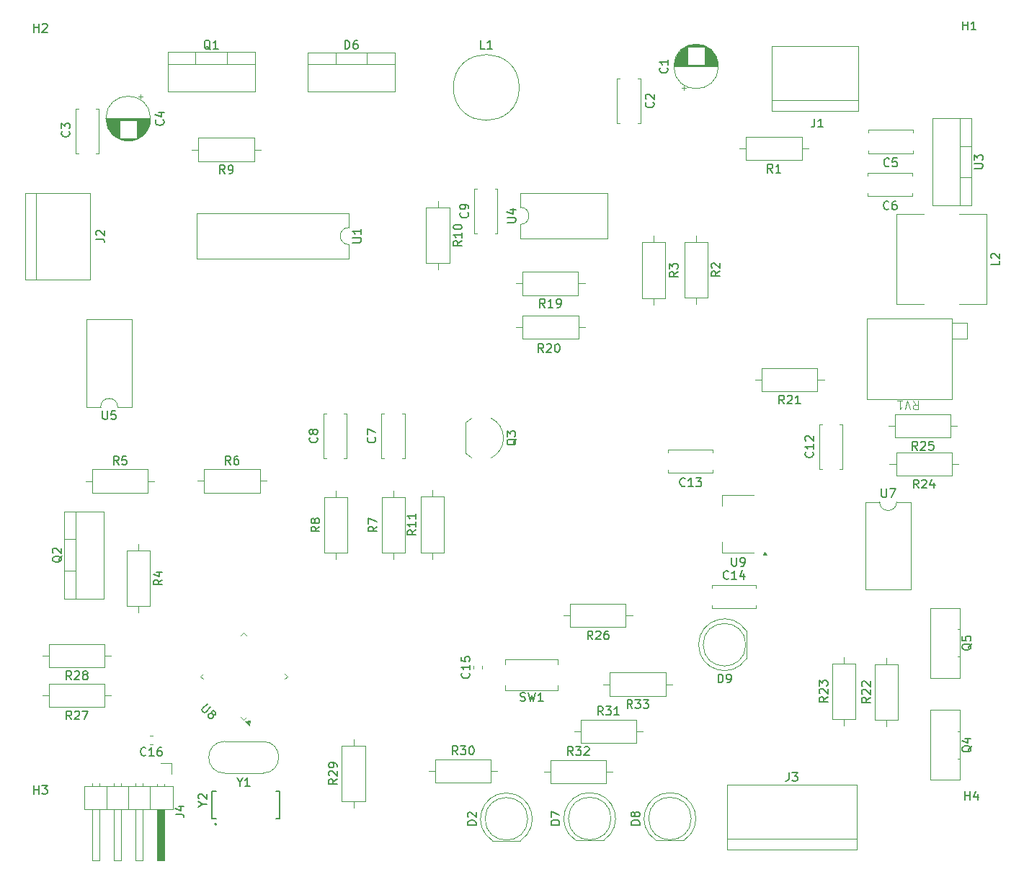
<source format=gbr>
%TF.GenerationSoftware,KiCad,Pcbnew,9.0.3-9.0.3-0~ubuntu24.04.1*%
%TF.CreationDate,2025-09-03T17:17:06-03:00*%
%TF.ProjectId,CargadorDeBaterias_rev2,43617267-6164-46f7-9244-654261746572,rev?*%
%TF.SameCoordinates,Original*%
%TF.FileFunction,Legend,Top*%
%TF.FilePolarity,Positive*%
%FSLAX46Y46*%
G04 Gerber Fmt 4.6, Leading zero omitted, Abs format (unit mm)*
G04 Created by KiCad (PCBNEW 9.0.3-9.0.3-0~ubuntu24.04.1) date 2025-09-03 17:17:06*
%MOMM*%
%LPD*%
G01*
G04 APERTURE LIST*
%ADD10C,0.150000*%
%ADD11C,0.100000*%
%ADD12C,0.120000*%
%ADD13C,0.200000*%
G04 APERTURE END LIST*
D10*
X145137142Y-130684819D02*
X144803809Y-130208628D01*
X144565714Y-130684819D02*
X144565714Y-129684819D01*
X144565714Y-129684819D02*
X144946666Y-129684819D01*
X144946666Y-129684819D02*
X145041904Y-129732438D01*
X145041904Y-129732438D02*
X145089523Y-129780057D01*
X145089523Y-129780057D02*
X145137142Y-129875295D01*
X145137142Y-129875295D02*
X145137142Y-130018152D01*
X145137142Y-130018152D02*
X145089523Y-130113390D01*
X145089523Y-130113390D02*
X145041904Y-130161009D01*
X145041904Y-130161009D02*
X144946666Y-130208628D01*
X144946666Y-130208628D02*
X144565714Y-130208628D01*
X145470476Y-129684819D02*
X146089523Y-129684819D01*
X146089523Y-129684819D02*
X145756190Y-130065771D01*
X145756190Y-130065771D02*
X145899047Y-130065771D01*
X145899047Y-130065771D02*
X145994285Y-130113390D01*
X145994285Y-130113390D02*
X146041904Y-130161009D01*
X146041904Y-130161009D02*
X146089523Y-130256247D01*
X146089523Y-130256247D02*
X146089523Y-130494342D01*
X146089523Y-130494342D02*
X146041904Y-130589580D01*
X146041904Y-130589580D02*
X145994285Y-130637200D01*
X145994285Y-130637200D02*
X145899047Y-130684819D01*
X145899047Y-130684819D02*
X145613333Y-130684819D01*
X145613333Y-130684819D02*
X145518095Y-130637200D01*
X145518095Y-130637200D02*
X145470476Y-130589580D01*
X146708571Y-129684819D02*
X146803809Y-129684819D01*
X146803809Y-129684819D02*
X146899047Y-129732438D01*
X146899047Y-129732438D02*
X146946666Y-129780057D01*
X146946666Y-129780057D02*
X146994285Y-129875295D01*
X146994285Y-129875295D02*
X147041904Y-130065771D01*
X147041904Y-130065771D02*
X147041904Y-130303866D01*
X147041904Y-130303866D02*
X146994285Y-130494342D01*
X146994285Y-130494342D02*
X146946666Y-130589580D01*
X146946666Y-130589580D02*
X146899047Y-130637200D01*
X146899047Y-130637200D02*
X146803809Y-130684819D01*
X146803809Y-130684819D02*
X146708571Y-130684819D01*
X146708571Y-130684819D02*
X146613333Y-130637200D01*
X146613333Y-130637200D02*
X146565714Y-130589580D01*
X146565714Y-130589580D02*
X146518095Y-130494342D01*
X146518095Y-130494342D02*
X146470476Y-130303866D01*
X146470476Y-130303866D02*
X146470476Y-130065771D01*
X146470476Y-130065771D02*
X146518095Y-129875295D01*
X146518095Y-129875295D02*
X146565714Y-129780057D01*
X146565714Y-129780057D02*
X146613333Y-129732438D01*
X146613333Y-129732438D02*
X146708571Y-129684819D01*
X147304819Y-138968094D02*
X146304819Y-138968094D01*
X146304819Y-138968094D02*
X146304819Y-138729999D01*
X146304819Y-138729999D02*
X146352438Y-138587142D01*
X146352438Y-138587142D02*
X146447676Y-138491904D01*
X146447676Y-138491904D02*
X146542914Y-138444285D01*
X146542914Y-138444285D02*
X146733390Y-138396666D01*
X146733390Y-138396666D02*
X146876247Y-138396666D01*
X146876247Y-138396666D02*
X147066723Y-138444285D01*
X147066723Y-138444285D02*
X147161961Y-138491904D01*
X147161961Y-138491904D02*
X147257200Y-138587142D01*
X147257200Y-138587142D02*
X147304819Y-138729999D01*
X147304819Y-138729999D02*
X147304819Y-138968094D01*
X146400057Y-138015713D02*
X146352438Y-137968094D01*
X146352438Y-137968094D02*
X146304819Y-137872856D01*
X146304819Y-137872856D02*
X146304819Y-137634761D01*
X146304819Y-137634761D02*
X146352438Y-137539523D01*
X146352438Y-137539523D02*
X146400057Y-137491904D01*
X146400057Y-137491904D02*
X146495295Y-137444285D01*
X146495295Y-137444285D02*
X146590533Y-137444285D01*
X146590533Y-137444285D02*
X146733390Y-137491904D01*
X146733390Y-137491904D02*
X147304819Y-138063332D01*
X147304819Y-138063332D02*
X147304819Y-137444285D01*
X108507142Y-130739580D02*
X108459523Y-130787200D01*
X108459523Y-130787200D02*
X108316666Y-130834819D01*
X108316666Y-130834819D02*
X108221428Y-130834819D01*
X108221428Y-130834819D02*
X108078571Y-130787200D01*
X108078571Y-130787200D02*
X107983333Y-130691961D01*
X107983333Y-130691961D02*
X107935714Y-130596723D01*
X107935714Y-130596723D02*
X107888095Y-130406247D01*
X107888095Y-130406247D02*
X107888095Y-130263390D01*
X107888095Y-130263390D02*
X107935714Y-130072914D01*
X107935714Y-130072914D02*
X107983333Y-129977676D01*
X107983333Y-129977676D02*
X108078571Y-129882438D01*
X108078571Y-129882438D02*
X108221428Y-129834819D01*
X108221428Y-129834819D02*
X108316666Y-129834819D01*
X108316666Y-129834819D02*
X108459523Y-129882438D01*
X108459523Y-129882438D02*
X108507142Y-129930057D01*
X109459523Y-130834819D02*
X108888095Y-130834819D01*
X109173809Y-130834819D02*
X109173809Y-129834819D01*
X109173809Y-129834819D02*
X109078571Y-129977676D01*
X109078571Y-129977676D02*
X108983333Y-130072914D01*
X108983333Y-130072914D02*
X108888095Y-130120533D01*
X110316666Y-129834819D02*
X110126190Y-129834819D01*
X110126190Y-129834819D02*
X110030952Y-129882438D01*
X110030952Y-129882438D02*
X109983333Y-129930057D01*
X109983333Y-129930057D02*
X109888095Y-130072914D01*
X109888095Y-130072914D02*
X109840476Y-130263390D01*
X109840476Y-130263390D02*
X109840476Y-130644342D01*
X109840476Y-130644342D02*
X109888095Y-130739580D01*
X109888095Y-130739580D02*
X109935714Y-130787200D01*
X109935714Y-130787200D02*
X110030952Y-130834819D01*
X110030952Y-130834819D02*
X110221428Y-130834819D01*
X110221428Y-130834819D02*
X110316666Y-130787200D01*
X110316666Y-130787200D02*
X110364285Y-130739580D01*
X110364285Y-130739580D02*
X110411904Y-130644342D01*
X110411904Y-130644342D02*
X110411904Y-130406247D01*
X110411904Y-130406247D02*
X110364285Y-130311009D01*
X110364285Y-130311009D02*
X110316666Y-130263390D01*
X110316666Y-130263390D02*
X110221428Y-130215771D01*
X110221428Y-130215771D02*
X110030952Y-130215771D01*
X110030952Y-130215771D02*
X109935714Y-130263390D01*
X109935714Y-130263390D02*
X109888095Y-130311009D01*
X109888095Y-130311009D02*
X109840476Y-130406247D01*
X146462080Y-121080357D02*
X146509700Y-121127976D01*
X146509700Y-121127976D02*
X146557319Y-121270833D01*
X146557319Y-121270833D02*
X146557319Y-121366071D01*
X146557319Y-121366071D02*
X146509700Y-121508928D01*
X146509700Y-121508928D02*
X146414461Y-121604166D01*
X146414461Y-121604166D02*
X146319223Y-121651785D01*
X146319223Y-121651785D02*
X146128747Y-121699404D01*
X146128747Y-121699404D02*
X145985890Y-121699404D01*
X145985890Y-121699404D02*
X145795414Y-121651785D01*
X145795414Y-121651785D02*
X145700176Y-121604166D01*
X145700176Y-121604166D02*
X145604938Y-121508928D01*
X145604938Y-121508928D02*
X145557319Y-121366071D01*
X145557319Y-121366071D02*
X145557319Y-121270833D01*
X145557319Y-121270833D02*
X145604938Y-121127976D01*
X145604938Y-121127976D02*
X145652557Y-121080357D01*
X146557319Y-120127976D02*
X146557319Y-120699404D01*
X146557319Y-120413690D02*
X145557319Y-120413690D01*
X145557319Y-120413690D02*
X145700176Y-120508928D01*
X145700176Y-120508928D02*
X145795414Y-120604166D01*
X145795414Y-120604166D02*
X145843033Y-120699404D01*
X145557319Y-119223214D02*
X145557319Y-119699404D01*
X145557319Y-119699404D02*
X146033509Y-119747023D01*
X146033509Y-119747023D02*
X145985890Y-119699404D01*
X145985890Y-119699404D02*
X145938271Y-119604166D01*
X145938271Y-119604166D02*
X145938271Y-119366071D01*
X145938271Y-119366071D02*
X145985890Y-119270833D01*
X145985890Y-119270833D02*
X146033509Y-119223214D01*
X146033509Y-119223214D02*
X146128747Y-119175595D01*
X146128747Y-119175595D02*
X146366842Y-119175595D01*
X146366842Y-119175595D02*
X146462080Y-119223214D01*
X146462080Y-119223214D02*
X146509700Y-119270833D01*
X146509700Y-119270833D02*
X146557319Y-119366071D01*
X146557319Y-119366071D02*
X146557319Y-119604166D01*
X146557319Y-119604166D02*
X146509700Y-119699404D01*
X146509700Y-119699404D02*
X146462080Y-119747023D01*
X162207142Y-126034819D02*
X161873809Y-125558628D01*
X161635714Y-126034819D02*
X161635714Y-125034819D01*
X161635714Y-125034819D02*
X162016666Y-125034819D01*
X162016666Y-125034819D02*
X162111904Y-125082438D01*
X162111904Y-125082438D02*
X162159523Y-125130057D01*
X162159523Y-125130057D02*
X162207142Y-125225295D01*
X162207142Y-125225295D02*
X162207142Y-125368152D01*
X162207142Y-125368152D02*
X162159523Y-125463390D01*
X162159523Y-125463390D02*
X162111904Y-125511009D01*
X162111904Y-125511009D02*
X162016666Y-125558628D01*
X162016666Y-125558628D02*
X161635714Y-125558628D01*
X162540476Y-125034819D02*
X163159523Y-125034819D01*
X163159523Y-125034819D02*
X162826190Y-125415771D01*
X162826190Y-125415771D02*
X162969047Y-125415771D01*
X162969047Y-125415771D02*
X163064285Y-125463390D01*
X163064285Y-125463390D02*
X163111904Y-125511009D01*
X163111904Y-125511009D02*
X163159523Y-125606247D01*
X163159523Y-125606247D02*
X163159523Y-125844342D01*
X163159523Y-125844342D02*
X163111904Y-125939580D01*
X163111904Y-125939580D02*
X163064285Y-125987200D01*
X163064285Y-125987200D02*
X162969047Y-126034819D01*
X162969047Y-126034819D02*
X162683333Y-126034819D01*
X162683333Y-126034819D02*
X162588095Y-125987200D01*
X162588095Y-125987200D02*
X162540476Y-125939580D01*
X164111904Y-126034819D02*
X163540476Y-126034819D01*
X163826190Y-126034819D02*
X163826190Y-125034819D01*
X163826190Y-125034819D02*
X163730952Y-125177676D01*
X163730952Y-125177676D02*
X163635714Y-125272914D01*
X163635714Y-125272914D02*
X163540476Y-125320533D01*
X98625057Y-107335238D02*
X98577438Y-107430476D01*
X98577438Y-107430476D02*
X98482200Y-107525714D01*
X98482200Y-107525714D02*
X98339342Y-107668571D01*
X98339342Y-107668571D02*
X98291723Y-107763809D01*
X98291723Y-107763809D02*
X98291723Y-107859047D01*
X98529819Y-107811428D02*
X98482200Y-107906666D01*
X98482200Y-107906666D02*
X98386961Y-108001904D01*
X98386961Y-108001904D02*
X98196485Y-108049523D01*
X98196485Y-108049523D02*
X97863152Y-108049523D01*
X97863152Y-108049523D02*
X97672676Y-108001904D01*
X97672676Y-108001904D02*
X97577438Y-107906666D01*
X97577438Y-107906666D02*
X97529819Y-107811428D01*
X97529819Y-107811428D02*
X97529819Y-107620952D01*
X97529819Y-107620952D02*
X97577438Y-107525714D01*
X97577438Y-107525714D02*
X97672676Y-107430476D01*
X97672676Y-107430476D02*
X97863152Y-107382857D01*
X97863152Y-107382857D02*
X98196485Y-107382857D01*
X98196485Y-107382857D02*
X98386961Y-107430476D01*
X98386961Y-107430476D02*
X98482200Y-107525714D01*
X98482200Y-107525714D02*
X98529819Y-107620952D01*
X98529819Y-107620952D02*
X98529819Y-107811428D01*
X97625057Y-107001904D02*
X97577438Y-106954285D01*
X97577438Y-106954285D02*
X97529819Y-106859047D01*
X97529819Y-106859047D02*
X97529819Y-106620952D01*
X97529819Y-106620952D02*
X97577438Y-106525714D01*
X97577438Y-106525714D02*
X97625057Y-106478095D01*
X97625057Y-106478095D02*
X97720295Y-106430476D01*
X97720295Y-106430476D02*
X97815533Y-106430476D01*
X97815533Y-106430476D02*
X97958390Y-106478095D01*
X97958390Y-106478095D02*
X98529819Y-107049523D01*
X98529819Y-107049523D02*
X98529819Y-106430476D01*
X155392142Y-78149819D02*
X155058809Y-77673628D01*
X154820714Y-78149819D02*
X154820714Y-77149819D01*
X154820714Y-77149819D02*
X155201666Y-77149819D01*
X155201666Y-77149819D02*
X155296904Y-77197438D01*
X155296904Y-77197438D02*
X155344523Y-77245057D01*
X155344523Y-77245057D02*
X155392142Y-77340295D01*
X155392142Y-77340295D02*
X155392142Y-77483152D01*
X155392142Y-77483152D02*
X155344523Y-77578390D01*
X155344523Y-77578390D02*
X155296904Y-77626009D01*
X155296904Y-77626009D02*
X155201666Y-77673628D01*
X155201666Y-77673628D02*
X154820714Y-77673628D01*
X156344523Y-78149819D02*
X155773095Y-78149819D01*
X156058809Y-78149819D02*
X156058809Y-77149819D01*
X156058809Y-77149819D02*
X155963571Y-77292676D01*
X155963571Y-77292676D02*
X155868333Y-77387914D01*
X155868333Y-77387914D02*
X155773095Y-77435533D01*
X156820714Y-78149819D02*
X157011190Y-78149819D01*
X157011190Y-78149819D02*
X157106428Y-78102200D01*
X157106428Y-78102200D02*
X157154047Y-78054580D01*
X157154047Y-78054580D02*
X157249285Y-77911723D01*
X157249285Y-77911723D02*
X157296904Y-77721247D01*
X157296904Y-77721247D02*
X157296904Y-77340295D01*
X157296904Y-77340295D02*
X157249285Y-77245057D01*
X157249285Y-77245057D02*
X157201666Y-77197438D01*
X157201666Y-77197438D02*
X157106428Y-77149819D01*
X157106428Y-77149819D02*
X156915952Y-77149819D01*
X156915952Y-77149819D02*
X156820714Y-77197438D01*
X156820714Y-77197438D02*
X156773095Y-77245057D01*
X156773095Y-77245057D02*
X156725476Y-77340295D01*
X156725476Y-77340295D02*
X156725476Y-77578390D01*
X156725476Y-77578390D02*
X156773095Y-77673628D01*
X156773095Y-77673628D02*
X156820714Y-77721247D01*
X156820714Y-77721247D02*
X156915952Y-77768866D01*
X156915952Y-77768866D02*
X157106428Y-77768866D01*
X157106428Y-77768866D02*
X157201666Y-77721247D01*
X157201666Y-77721247D02*
X157249285Y-77673628D01*
X157249285Y-77673628D02*
X157296904Y-77578390D01*
X105308333Y-96634819D02*
X104975000Y-96158628D01*
X104736905Y-96634819D02*
X104736905Y-95634819D01*
X104736905Y-95634819D02*
X105117857Y-95634819D01*
X105117857Y-95634819D02*
X105213095Y-95682438D01*
X105213095Y-95682438D02*
X105260714Y-95730057D01*
X105260714Y-95730057D02*
X105308333Y-95825295D01*
X105308333Y-95825295D02*
X105308333Y-95968152D01*
X105308333Y-95968152D02*
X105260714Y-96063390D01*
X105260714Y-96063390D02*
X105213095Y-96111009D01*
X105213095Y-96111009D02*
X105117857Y-96158628D01*
X105117857Y-96158628D02*
X104736905Y-96158628D01*
X106213095Y-95634819D02*
X105736905Y-95634819D01*
X105736905Y-95634819D02*
X105689286Y-96111009D01*
X105689286Y-96111009D02*
X105736905Y-96063390D01*
X105736905Y-96063390D02*
X105832143Y-96015771D01*
X105832143Y-96015771D02*
X106070238Y-96015771D01*
X106070238Y-96015771D02*
X106165476Y-96063390D01*
X106165476Y-96063390D02*
X106213095Y-96111009D01*
X106213095Y-96111009D02*
X106260714Y-96206247D01*
X106260714Y-96206247D02*
X106260714Y-96444342D01*
X106260714Y-96444342D02*
X106213095Y-96539580D01*
X106213095Y-96539580D02*
X106165476Y-96587200D01*
X106165476Y-96587200D02*
X106070238Y-96634819D01*
X106070238Y-96634819D02*
X105832143Y-96634819D01*
X105832143Y-96634819D02*
X105736905Y-96587200D01*
X105736905Y-96587200D02*
X105689286Y-96539580D01*
X128909819Y-103886666D02*
X128433628Y-104219999D01*
X128909819Y-104458094D02*
X127909819Y-104458094D01*
X127909819Y-104458094D02*
X127909819Y-104077142D01*
X127909819Y-104077142D02*
X127957438Y-103981904D01*
X127957438Y-103981904D02*
X128005057Y-103934285D01*
X128005057Y-103934285D02*
X128100295Y-103886666D01*
X128100295Y-103886666D02*
X128243152Y-103886666D01*
X128243152Y-103886666D02*
X128338390Y-103934285D01*
X128338390Y-103934285D02*
X128386009Y-103981904D01*
X128386009Y-103981904D02*
X128433628Y-104077142D01*
X128433628Y-104077142D02*
X128433628Y-104458094D01*
X128338390Y-103315237D02*
X128290771Y-103410475D01*
X128290771Y-103410475D02*
X128243152Y-103458094D01*
X128243152Y-103458094D02*
X128147914Y-103505713D01*
X128147914Y-103505713D02*
X128100295Y-103505713D01*
X128100295Y-103505713D02*
X128005057Y-103458094D01*
X128005057Y-103458094D02*
X127957438Y-103410475D01*
X127957438Y-103410475D02*
X127909819Y-103315237D01*
X127909819Y-103315237D02*
X127909819Y-103124761D01*
X127909819Y-103124761D02*
X127957438Y-103029523D01*
X127957438Y-103029523D02*
X128005057Y-102981904D01*
X128005057Y-102981904D02*
X128100295Y-102934285D01*
X128100295Y-102934285D02*
X128147914Y-102934285D01*
X128147914Y-102934285D02*
X128243152Y-102981904D01*
X128243152Y-102981904D02*
X128290771Y-103029523D01*
X128290771Y-103029523D02*
X128338390Y-103124761D01*
X128338390Y-103124761D02*
X128338390Y-103315237D01*
X128338390Y-103315237D02*
X128386009Y-103410475D01*
X128386009Y-103410475D02*
X128433628Y-103458094D01*
X128433628Y-103458094D02*
X128528866Y-103505713D01*
X128528866Y-103505713D02*
X128719342Y-103505713D01*
X128719342Y-103505713D02*
X128814580Y-103458094D01*
X128814580Y-103458094D02*
X128862200Y-103410475D01*
X128862200Y-103410475D02*
X128909819Y-103315237D01*
X128909819Y-103315237D02*
X128909819Y-103124761D01*
X128909819Y-103124761D02*
X128862200Y-103029523D01*
X128862200Y-103029523D02*
X128814580Y-102981904D01*
X128814580Y-102981904D02*
X128719342Y-102934285D01*
X128719342Y-102934285D02*
X128528866Y-102934285D01*
X128528866Y-102934285D02*
X128433628Y-102981904D01*
X128433628Y-102981904D02*
X128386009Y-103029523D01*
X128386009Y-103029523D02*
X128338390Y-103124761D01*
X150954819Y-68141904D02*
X151764342Y-68141904D01*
X151764342Y-68141904D02*
X151859580Y-68094285D01*
X151859580Y-68094285D02*
X151907200Y-68046666D01*
X151907200Y-68046666D02*
X151954819Y-67951428D01*
X151954819Y-67951428D02*
X151954819Y-67760952D01*
X151954819Y-67760952D02*
X151907200Y-67665714D01*
X151907200Y-67665714D02*
X151859580Y-67618095D01*
X151859580Y-67618095D02*
X151764342Y-67570476D01*
X151764342Y-67570476D02*
X150954819Y-67570476D01*
X151288152Y-66665714D02*
X151954819Y-66665714D01*
X150907200Y-66903809D02*
X151621485Y-67141904D01*
X151621485Y-67141904D02*
X151621485Y-66522857D01*
X95338095Y-45804819D02*
X95338095Y-44804819D01*
X95338095Y-45281009D02*
X95909523Y-45281009D01*
X95909523Y-45804819D02*
X95909523Y-44804819D01*
X96338095Y-44900057D02*
X96385714Y-44852438D01*
X96385714Y-44852438D02*
X96480952Y-44804819D01*
X96480952Y-44804819D02*
X96719047Y-44804819D01*
X96719047Y-44804819D02*
X96814285Y-44852438D01*
X96814285Y-44852438D02*
X96861904Y-44900057D01*
X96861904Y-44900057D02*
X96909523Y-44995295D01*
X96909523Y-44995295D02*
X96909523Y-45090533D01*
X96909523Y-45090533D02*
X96861904Y-45233390D01*
X96861904Y-45233390D02*
X96290476Y-45804819D01*
X96290476Y-45804819D02*
X96909523Y-45804819D01*
X115710178Y-124712325D02*
X115137758Y-125284745D01*
X115137758Y-125284745D02*
X115104086Y-125385760D01*
X115104086Y-125385760D02*
X115104086Y-125453104D01*
X115104086Y-125453104D02*
X115137758Y-125554119D01*
X115137758Y-125554119D02*
X115272445Y-125688806D01*
X115272445Y-125688806D02*
X115373460Y-125722478D01*
X115373460Y-125722478D02*
X115440804Y-125722478D01*
X115440804Y-125722478D02*
X115541819Y-125688806D01*
X115541819Y-125688806D02*
X116114239Y-125116386D01*
X116248926Y-125857165D02*
X116215254Y-125756150D01*
X116215254Y-125756150D02*
X116215254Y-125688806D01*
X116215254Y-125688806D02*
X116248926Y-125587791D01*
X116248926Y-125587791D02*
X116282597Y-125554119D01*
X116282597Y-125554119D02*
X116383613Y-125520447D01*
X116383613Y-125520447D02*
X116450956Y-125520447D01*
X116450956Y-125520447D02*
X116551971Y-125554119D01*
X116551971Y-125554119D02*
X116686658Y-125688806D01*
X116686658Y-125688806D02*
X116720330Y-125789821D01*
X116720330Y-125789821D02*
X116720330Y-125857165D01*
X116720330Y-125857165D02*
X116686658Y-125958180D01*
X116686658Y-125958180D02*
X116652987Y-125991852D01*
X116652987Y-125991852D02*
X116551971Y-126025524D01*
X116551971Y-126025524D02*
X116484628Y-126025524D01*
X116484628Y-126025524D02*
X116383613Y-125991852D01*
X116383613Y-125991852D02*
X116248926Y-125857165D01*
X116248926Y-125857165D02*
X116147910Y-125823493D01*
X116147910Y-125823493D02*
X116080567Y-125823493D01*
X116080567Y-125823493D02*
X115979552Y-125857165D01*
X115979552Y-125857165D02*
X115844865Y-125991852D01*
X115844865Y-125991852D02*
X115811193Y-126092867D01*
X115811193Y-126092867D02*
X115811193Y-126160211D01*
X115811193Y-126160211D02*
X115844865Y-126261226D01*
X115844865Y-126261226D02*
X115979552Y-126395913D01*
X115979552Y-126395913D02*
X116080567Y-126429585D01*
X116080567Y-126429585D02*
X116147910Y-126429585D01*
X116147910Y-126429585D02*
X116248926Y-126395913D01*
X116248926Y-126395913D02*
X116383613Y-126261226D01*
X116383613Y-126261226D02*
X116417284Y-126160211D01*
X116417284Y-126160211D02*
X116417284Y-126092867D01*
X116417284Y-126092867D02*
X116383613Y-125991852D01*
X184056666Y-132804819D02*
X184056666Y-133519104D01*
X184056666Y-133519104D02*
X184009047Y-133661961D01*
X184009047Y-133661961D02*
X183913809Y-133757200D01*
X183913809Y-133757200D02*
X183770952Y-133804819D01*
X183770952Y-133804819D02*
X183675714Y-133804819D01*
X184437619Y-132804819D02*
X185056666Y-132804819D01*
X185056666Y-132804819D02*
X184723333Y-133185771D01*
X184723333Y-133185771D02*
X184866190Y-133185771D01*
X184866190Y-133185771D02*
X184961428Y-133233390D01*
X184961428Y-133233390D02*
X185009047Y-133281009D01*
X185009047Y-133281009D02*
X185056666Y-133376247D01*
X185056666Y-133376247D02*
X185056666Y-133614342D01*
X185056666Y-133614342D02*
X185009047Y-133709580D01*
X185009047Y-133709580D02*
X184961428Y-133757200D01*
X184961428Y-133757200D02*
X184866190Y-133804819D01*
X184866190Y-133804819D02*
X184580476Y-133804819D01*
X184580476Y-133804819D02*
X184485238Y-133757200D01*
X184485238Y-133757200D02*
X184437619Y-133709580D01*
X177338095Y-107529819D02*
X177338095Y-108339342D01*
X177338095Y-108339342D02*
X177385714Y-108434580D01*
X177385714Y-108434580D02*
X177433333Y-108482200D01*
X177433333Y-108482200D02*
X177528571Y-108529819D01*
X177528571Y-108529819D02*
X177719047Y-108529819D01*
X177719047Y-108529819D02*
X177814285Y-108482200D01*
X177814285Y-108482200D02*
X177861904Y-108434580D01*
X177861904Y-108434580D02*
X177909523Y-108339342D01*
X177909523Y-108339342D02*
X177909523Y-107529819D01*
X178433333Y-108529819D02*
X178623809Y-108529819D01*
X178623809Y-108529819D02*
X178719047Y-108482200D01*
X178719047Y-108482200D02*
X178766666Y-108434580D01*
X178766666Y-108434580D02*
X178861904Y-108291723D01*
X178861904Y-108291723D02*
X178909523Y-108101247D01*
X178909523Y-108101247D02*
X178909523Y-107720295D01*
X178909523Y-107720295D02*
X178861904Y-107625057D01*
X178861904Y-107625057D02*
X178814285Y-107577438D01*
X178814285Y-107577438D02*
X178719047Y-107529819D01*
X178719047Y-107529819D02*
X178528571Y-107529819D01*
X178528571Y-107529819D02*
X178433333Y-107577438D01*
X178433333Y-107577438D02*
X178385714Y-107625057D01*
X178385714Y-107625057D02*
X178338095Y-107720295D01*
X178338095Y-107720295D02*
X178338095Y-107958390D01*
X178338095Y-107958390D02*
X178385714Y-108053628D01*
X178385714Y-108053628D02*
X178433333Y-108101247D01*
X178433333Y-108101247D02*
X178528571Y-108148866D01*
X178528571Y-108148866D02*
X178719047Y-108148866D01*
X178719047Y-108148866D02*
X178814285Y-108101247D01*
X178814285Y-108101247D02*
X178861904Y-108053628D01*
X178861904Y-108053628D02*
X178909523Y-107958390D01*
X102634819Y-70093333D02*
X103349104Y-70093333D01*
X103349104Y-70093333D02*
X103491961Y-70140952D01*
X103491961Y-70140952D02*
X103587200Y-70236190D01*
X103587200Y-70236190D02*
X103634819Y-70379047D01*
X103634819Y-70379047D02*
X103634819Y-70474285D01*
X102730057Y-69664761D02*
X102682438Y-69617142D01*
X102682438Y-69617142D02*
X102634819Y-69521904D01*
X102634819Y-69521904D02*
X102634819Y-69283809D01*
X102634819Y-69283809D02*
X102682438Y-69188571D01*
X102682438Y-69188571D02*
X102730057Y-69140952D01*
X102730057Y-69140952D02*
X102825295Y-69093333D01*
X102825295Y-69093333D02*
X102920533Y-69093333D01*
X102920533Y-69093333D02*
X103063390Y-69140952D01*
X103063390Y-69140952D02*
X103634819Y-69712380D01*
X103634819Y-69712380D02*
X103634819Y-69093333D01*
X103428095Y-90284819D02*
X103428095Y-91094342D01*
X103428095Y-91094342D02*
X103475714Y-91189580D01*
X103475714Y-91189580D02*
X103523333Y-91237200D01*
X103523333Y-91237200D02*
X103618571Y-91284819D01*
X103618571Y-91284819D02*
X103809047Y-91284819D01*
X103809047Y-91284819D02*
X103904285Y-91237200D01*
X103904285Y-91237200D02*
X103951904Y-91189580D01*
X103951904Y-91189580D02*
X103999523Y-91094342D01*
X103999523Y-91094342D02*
X103999523Y-90284819D01*
X104951904Y-90284819D02*
X104475714Y-90284819D01*
X104475714Y-90284819D02*
X104428095Y-90761009D01*
X104428095Y-90761009D02*
X104475714Y-90713390D01*
X104475714Y-90713390D02*
X104570952Y-90665771D01*
X104570952Y-90665771D02*
X104809047Y-90665771D01*
X104809047Y-90665771D02*
X104904285Y-90713390D01*
X104904285Y-90713390D02*
X104951904Y-90761009D01*
X104951904Y-90761009D02*
X104999523Y-90856247D01*
X104999523Y-90856247D02*
X104999523Y-91094342D01*
X104999523Y-91094342D02*
X104951904Y-91189580D01*
X104951904Y-91189580D02*
X104904285Y-91237200D01*
X104904285Y-91237200D02*
X104809047Y-91284819D01*
X104809047Y-91284819D02*
X104570952Y-91284819D01*
X104570952Y-91284819D02*
X104475714Y-91237200D01*
X104475714Y-91237200D02*
X104428095Y-91189580D01*
X111989819Y-137693333D02*
X112704104Y-137693333D01*
X112704104Y-137693333D02*
X112846961Y-137740952D01*
X112846961Y-137740952D02*
X112942200Y-137836190D01*
X112942200Y-137836190D02*
X112989819Y-137979047D01*
X112989819Y-137979047D02*
X112989819Y-138074285D01*
X112323152Y-136788571D02*
X112989819Y-136788571D01*
X111942200Y-137026666D02*
X112656485Y-137264761D01*
X112656485Y-137264761D02*
X112656485Y-136645714D01*
X128609580Y-93416666D02*
X128657200Y-93464285D01*
X128657200Y-93464285D02*
X128704819Y-93607142D01*
X128704819Y-93607142D02*
X128704819Y-93702380D01*
X128704819Y-93702380D02*
X128657200Y-93845237D01*
X128657200Y-93845237D02*
X128561961Y-93940475D01*
X128561961Y-93940475D02*
X128466723Y-93988094D01*
X128466723Y-93988094D02*
X128276247Y-94035713D01*
X128276247Y-94035713D02*
X128133390Y-94035713D01*
X128133390Y-94035713D02*
X127942914Y-93988094D01*
X127942914Y-93988094D02*
X127847676Y-93940475D01*
X127847676Y-93940475D02*
X127752438Y-93845237D01*
X127752438Y-93845237D02*
X127704819Y-93702380D01*
X127704819Y-93702380D02*
X127704819Y-93607142D01*
X127704819Y-93607142D02*
X127752438Y-93464285D01*
X127752438Y-93464285D02*
X127800057Y-93416666D01*
X128133390Y-92845237D02*
X128085771Y-92940475D01*
X128085771Y-92940475D02*
X128038152Y-92988094D01*
X128038152Y-92988094D02*
X127942914Y-93035713D01*
X127942914Y-93035713D02*
X127895295Y-93035713D01*
X127895295Y-93035713D02*
X127800057Y-92988094D01*
X127800057Y-92988094D02*
X127752438Y-92940475D01*
X127752438Y-92940475D02*
X127704819Y-92845237D01*
X127704819Y-92845237D02*
X127704819Y-92654761D01*
X127704819Y-92654761D02*
X127752438Y-92559523D01*
X127752438Y-92559523D02*
X127800057Y-92511904D01*
X127800057Y-92511904D02*
X127895295Y-92464285D01*
X127895295Y-92464285D02*
X127942914Y-92464285D01*
X127942914Y-92464285D02*
X128038152Y-92511904D01*
X128038152Y-92511904D02*
X128085771Y-92559523D01*
X128085771Y-92559523D02*
X128133390Y-92654761D01*
X128133390Y-92654761D02*
X128133390Y-92845237D01*
X128133390Y-92845237D02*
X128181009Y-92940475D01*
X128181009Y-92940475D02*
X128228628Y-92988094D01*
X128228628Y-92988094D02*
X128323866Y-93035713D01*
X128323866Y-93035713D02*
X128514342Y-93035713D01*
X128514342Y-93035713D02*
X128609580Y-92988094D01*
X128609580Y-92988094D02*
X128657200Y-92940475D01*
X128657200Y-92940475D02*
X128704819Y-92845237D01*
X128704819Y-92845237D02*
X128704819Y-92654761D01*
X128704819Y-92654761D02*
X128657200Y-92559523D01*
X128657200Y-92559523D02*
X128609580Y-92511904D01*
X128609580Y-92511904D02*
X128514342Y-92464285D01*
X128514342Y-92464285D02*
X128323866Y-92464285D01*
X128323866Y-92464285D02*
X128228628Y-92511904D01*
X128228628Y-92511904D02*
X128181009Y-92559523D01*
X128181009Y-92559523D02*
X128133390Y-92654761D01*
X194948095Y-99454819D02*
X194948095Y-100264342D01*
X194948095Y-100264342D02*
X194995714Y-100359580D01*
X194995714Y-100359580D02*
X195043333Y-100407200D01*
X195043333Y-100407200D02*
X195138571Y-100454819D01*
X195138571Y-100454819D02*
X195329047Y-100454819D01*
X195329047Y-100454819D02*
X195424285Y-100407200D01*
X195424285Y-100407200D02*
X195471904Y-100359580D01*
X195471904Y-100359580D02*
X195519523Y-100264342D01*
X195519523Y-100264342D02*
X195519523Y-99454819D01*
X195900476Y-99454819D02*
X196567142Y-99454819D01*
X196567142Y-99454819D02*
X196138571Y-100454819D01*
X116089761Y-47850057D02*
X115994523Y-47802438D01*
X115994523Y-47802438D02*
X115899285Y-47707200D01*
X115899285Y-47707200D02*
X115756428Y-47564342D01*
X115756428Y-47564342D02*
X115661190Y-47516723D01*
X115661190Y-47516723D02*
X115565952Y-47516723D01*
X115613571Y-47754819D02*
X115518333Y-47707200D01*
X115518333Y-47707200D02*
X115423095Y-47611961D01*
X115423095Y-47611961D02*
X115375476Y-47421485D01*
X115375476Y-47421485D02*
X115375476Y-47088152D01*
X115375476Y-47088152D02*
X115423095Y-46897676D01*
X115423095Y-46897676D02*
X115518333Y-46802438D01*
X115518333Y-46802438D02*
X115613571Y-46754819D01*
X115613571Y-46754819D02*
X115804047Y-46754819D01*
X115804047Y-46754819D02*
X115899285Y-46802438D01*
X115899285Y-46802438D02*
X115994523Y-46897676D01*
X115994523Y-46897676D02*
X116042142Y-47088152D01*
X116042142Y-47088152D02*
X116042142Y-47421485D01*
X116042142Y-47421485D02*
X115994523Y-47611961D01*
X115994523Y-47611961D02*
X115899285Y-47707200D01*
X115899285Y-47707200D02*
X115804047Y-47754819D01*
X115804047Y-47754819D02*
X115613571Y-47754819D01*
X116994523Y-47754819D02*
X116423095Y-47754819D01*
X116708809Y-47754819D02*
X116708809Y-46754819D01*
X116708809Y-46754819D02*
X116613571Y-46897676D01*
X116613571Y-46897676D02*
X116518333Y-46992914D01*
X116518333Y-46992914D02*
X116423095Y-47040533D01*
X171857142Y-99084580D02*
X171809523Y-99132200D01*
X171809523Y-99132200D02*
X171666666Y-99179819D01*
X171666666Y-99179819D02*
X171571428Y-99179819D01*
X171571428Y-99179819D02*
X171428571Y-99132200D01*
X171428571Y-99132200D02*
X171333333Y-99036961D01*
X171333333Y-99036961D02*
X171285714Y-98941723D01*
X171285714Y-98941723D02*
X171238095Y-98751247D01*
X171238095Y-98751247D02*
X171238095Y-98608390D01*
X171238095Y-98608390D02*
X171285714Y-98417914D01*
X171285714Y-98417914D02*
X171333333Y-98322676D01*
X171333333Y-98322676D02*
X171428571Y-98227438D01*
X171428571Y-98227438D02*
X171571428Y-98179819D01*
X171571428Y-98179819D02*
X171666666Y-98179819D01*
X171666666Y-98179819D02*
X171809523Y-98227438D01*
X171809523Y-98227438D02*
X171857142Y-98275057D01*
X172809523Y-99179819D02*
X172238095Y-99179819D01*
X172523809Y-99179819D02*
X172523809Y-98179819D01*
X172523809Y-98179819D02*
X172428571Y-98322676D01*
X172428571Y-98322676D02*
X172333333Y-98417914D01*
X172333333Y-98417914D02*
X172238095Y-98465533D01*
X173142857Y-98179819D02*
X173761904Y-98179819D01*
X173761904Y-98179819D02*
X173428571Y-98560771D01*
X173428571Y-98560771D02*
X173571428Y-98560771D01*
X173571428Y-98560771D02*
X173666666Y-98608390D01*
X173666666Y-98608390D02*
X173714285Y-98656009D01*
X173714285Y-98656009D02*
X173761904Y-98751247D01*
X173761904Y-98751247D02*
X173761904Y-98989342D01*
X173761904Y-98989342D02*
X173714285Y-99084580D01*
X173714285Y-99084580D02*
X173666666Y-99132200D01*
X173666666Y-99132200D02*
X173571428Y-99179819D01*
X173571428Y-99179819D02*
X173285714Y-99179819D01*
X173285714Y-99179819D02*
X173190476Y-99132200D01*
X173190476Y-99132200D02*
X173142857Y-99084580D01*
X152499167Y-124357200D02*
X152642024Y-124404819D01*
X152642024Y-124404819D02*
X152880119Y-124404819D01*
X152880119Y-124404819D02*
X152975357Y-124357200D01*
X152975357Y-124357200D02*
X153022976Y-124309580D01*
X153022976Y-124309580D02*
X153070595Y-124214342D01*
X153070595Y-124214342D02*
X153070595Y-124119104D01*
X153070595Y-124119104D02*
X153022976Y-124023866D01*
X153022976Y-124023866D02*
X152975357Y-123976247D01*
X152975357Y-123976247D02*
X152880119Y-123928628D01*
X152880119Y-123928628D02*
X152689643Y-123881009D01*
X152689643Y-123881009D02*
X152594405Y-123833390D01*
X152594405Y-123833390D02*
X152546786Y-123785771D01*
X152546786Y-123785771D02*
X152499167Y-123690533D01*
X152499167Y-123690533D02*
X152499167Y-123595295D01*
X152499167Y-123595295D02*
X152546786Y-123500057D01*
X152546786Y-123500057D02*
X152594405Y-123452438D01*
X152594405Y-123452438D02*
X152689643Y-123404819D01*
X152689643Y-123404819D02*
X152927738Y-123404819D01*
X152927738Y-123404819D02*
X153070595Y-123452438D01*
X153403929Y-123404819D02*
X153642024Y-124404819D01*
X153642024Y-124404819D02*
X153832500Y-123690533D01*
X153832500Y-123690533D02*
X154022976Y-124404819D01*
X154022976Y-124404819D02*
X154261072Y-123404819D01*
X155165833Y-124404819D02*
X154594405Y-124404819D01*
X154880119Y-124404819D02*
X154880119Y-123404819D01*
X154880119Y-123404819D02*
X154784881Y-123547676D01*
X154784881Y-123547676D02*
X154689643Y-123642914D01*
X154689643Y-123642914D02*
X154594405Y-123690533D01*
X205520057Y-117645238D02*
X205472438Y-117740476D01*
X205472438Y-117740476D02*
X205377200Y-117835714D01*
X205377200Y-117835714D02*
X205234342Y-117978571D01*
X205234342Y-117978571D02*
X205186723Y-118073809D01*
X205186723Y-118073809D02*
X205186723Y-118169047D01*
X205424819Y-118121428D02*
X205377200Y-118216666D01*
X205377200Y-118216666D02*
X205281961Y-118311904D01*
X205281961Y-118311904D02*
X205091485Y-118359523D01*
X205091485Y-118359523D02*
X204758152Y-118359523D01*
X204758152Y-118359523D02*
X204567676Y-118311904D01*
X204567676Y-118311904D02*
X204472438Y-118216666D01*
X204472438Y-118216666D02*
X204424819Y-118121428D01*
X204424819Y-118121428D02*
X204424819Y-117930952D01*
X204424819Y-117930952D02*
X204472438Y-117835714D01*
X204472438Y-117835714D02*
X204567676Y-117740476D01*
X204567676Y-117740476D02*
X204758152Y-117692857D01*
X204758152Y-117692857D02*
X205091485Y-117692857D01*
X205091485Y-117692857D02*
X205281961Y-117740476D01*
X205281961Y-117740476D02*
X205377200Y-117835714D01*
X205377200Y-117835714D02*
X205424819Y-117930952D01*
X205424819Y-117930952D02*
X205424819Y-118121428D01*
X204424819Y-116788095D02*
X204424819Y-117264285D01*
X204424819Y-117264285D02*
X204901009Y-117311904D01*
X204901009Y-117311904D02*
X204853390Y-117264285D01*
X204853390Y-117264285D02*
X204805771Y-117169047D01*
X204805771Y-117169047D02*
X204805771Y-116930952D01*
X204805771Y-116930952D02*
X204853390Y-116835714D01*
X204853390Y-116835714D02*
X204901009Y-116788095D01*
X204901009Y-116788095D02*
X204996247Y-116740476D01*
X204996247Y-116740476D02*
X205234342Y-116740476D01*
X205234342Y-116740476D02*
X205329580Y-116788095D01*
X205329580Y-116788095D02*
X205377200Y-116835714D01*
X205377200Y-116835714D02*
X205424819Y-116930952D01*
X205424819Y-116930952D02*
X205424819Y-117169047D01*
X205424819Y-117169047D02*
X205377200Y-117264285D01*
X205377200Y-117264285D02*
X205329580Y-117311904D01*
X160982142Y-117149819D02*
X160648809Y-116673628D01*
X160410714Y-117149819D02*
X160410714Y-116149819D01*
X160410714Y-116149819D02*
X160791666Y-116149819D01*
X160791666Y-116149819D02*
X160886904Y-116197438D01*
X160886904Y-116197438D02*
X160934523Y-116245057D01*
X160934523Y-116245057D02*
X160982142Y-116340295D01*
X160982142Y-116340295D02*
X160982142Y-116483152D01*
X160982142Y-116483152D02*
X160934523Y-116578390D01*
X160934523Y-116578390D02*
X160886904Y-116626009D01*
X160886904Y-116626009D02*
X160791666Y-116673628D01*
X160791666Y-116673628D02*
X160410714Y-116673628D01*
X161363095Y-116245057D02*
X161410714Y-116197438D01*
X161410714Y-116197438D02*
X161505952Y-116149819D01*
X161505952Y-116149819D02*
X161744047Y-116149819D01*
X161744047Y-116149819D02*
X161839285Y-116197438D01*
X161839285Y-116197438D02*
X161886904Y-116245057D01*
X161886904Y-116245057D02*
X161934523Y-116340295D01*
X161934523Y-116340295D02*
X161934523Y-116435533D01*
X161934523Y-116435533D02*
X161886904Y-116578390D01*
X161886904Y-116578390D02*
X161315476Y-117149819D01*
X161315476Y-117149819D02*
X161934523Y-117149819D01*
X162791666Y-116149819D02*
X162601190Y-116149819D01*
X162601190Y-116149819D02*
X162505952Y-116197438D01*
X162505952Y-116197438D02*
X162458333Y-116245057D01*
X162458333Y-116245057D02*
X162363095Y-116387914D01*
X162363095Y-116387914D02*
X162315476Y-116578390D01*
X162315476Y-116578390D02*
X162315476Y-116959342D01*
X162315476Y-116959342D02*
X162363095Y-117054580D01*
X162363095Y-117054580D02*
X162410714Y-117102200D01*
X162410714Y-117102200D02*
X162505952Y-117149819D01*
X162505952Y-117149819D02*
X162696428Y-117149819D01*
X162696428Y-117149819D02*
X162791666Y-117102200D01*
X162791666Y-117102200D02*
X162839285Y-117054580D01*
X162839285Y-117054580D02*
X162886904Y-116959342D01*
X162886904Y-116959342D02*
X162886904Y-116721247D01*
X162886904Y-116721247D02*
X162839285Y-116626009D01*
X162839285Y-116626009D02*
X162791666Y-116578390D01*
X162791666Y-116578390D02*
X162696428Y-116530771D01*
X162696428Y-116530771D02*
X162505952Y-116530771D01*
X162505952Y-116530771D02*
X162410714Y-116578390D01*
X162410714Y-116578390D02*
X162363095Y-116626009D01*
X162363095Y-116626009D02*
X162315476Y-116721247D01*
X187066666Y-55954819D02*
X187066666Y-56669104D01*
X187066666Y-56669104D02*
X187019047Y-56811961D01*
X187019047Y-56811961D02*
X186923809Y-56907200D01*
X186923809Y-56907200D02*
X186780952Y-56954819D01*
X186780952Y-56954819D02*
X186685714Y-56954819D01*
X188066666Y-56954819D02*
X187495238Y-56954819D01*
X187780952Y-56954819D02*
X187780952Y-55954819D01*
X187780952Y-55954819D02*
X187685714Y-56097676D01*
X187685714Y-56097676D02*
X187590476Y-56192914D01*
X187590476Y-56192914D02*
X187495238Y-56240533D01*
X99484580Y-57466666D02*
X99532200Y-57514285D01*
X99532200Y-57514285D02*
X99579819Y-57657142D01*
X99579819Y-57657142D02*
X99579819Y-57752380D01*
X99579819Y-57752380D02*
X99532200Y-57895237D01*
X99532200Y-57895237D02*
X99436961Y-57990475D01*
X99436961Y-57990475D02*
X99341723Y-58038094D01*
X99341723Y-58038094D02*
X99151247Y-58085713D01*
X99151247Y-58085713D02*
X99008390Y-58085713D01*
X99008390Y-58085713D02*
X98817914Y-58038094D01*
X98817914Y-58038094D02*
X98722676Y-57990475D01*
X98722676Y-57990475D02*
X98627438Y-57895237D01*
X98627438Y-57895237D02*
X98579819Y-57752380D01*
X98579819Y-57752380D02*
X98579819Y-57657142D01*
X98579819Y-57657142D02*
X98627438Y-57514285D01*
X98627438Y-57514285D02*
X98675057Y-57466666D01*
X98579819Y-57133332D02*
X98579819Y-56514285D01*
X98579819Y-56514285D02*
X98960771Y-56847618D01*
X98960771Y-56847618D02*
X98960771Y-56704761D01*
X98960771Y-56704761D02*
X99008390Y-56609523D01*
X99008390Y-56609523D02*
X99056009Y-56561904D01*
X99056009Y-56561904D02*
X99151247Y-56514285D01*
X99151247Y-56514285D02*
X99389342Y-56514285D01*
X99389342Y-56514285D02*
X99484580Y-56561904D01*
X99484580Y-56561904D02*
X99532200Y-56609523D01*
X99532200Y-56609523D02*
X99579819Y-56704761D01*
X99579819Y-56704761D02*
X99579819Y-56990475D01*
X99579819Y-56990475D02*
X99532200Y-57085713D01*
X99532200Y-57085713D02*
X99484580Y-57133332D01*
X208779819Y-72641666D02*
X208779819Y-73117856D01*
X208779819Y-73117856D02*
X207779819Y-73117856D01*
X207875057Y-72355951D02*
X207827438Y-72308332D01*
X207827438Y-72308332D02*
X207779819Y-72213094D01*
X207779819Y-72213094D02*
X207779819Y-71974999D01*
X207779819Y-71974999D02*
X207827438Y-71879761D01*
X207827438Y-71879761D02*
X207875057Y-71832142D01*
X207875057Y-71832142D02*
X207970295Y-71784523D01*
X207970295Y-71784523D02*
X208065533Y-71784523D01*
X208065533Y-71784523D02*
X208208390Y-71832142D01*
X208208390Y-71832142D02*
X208779819Y-72403570D01*
X208779819Y-72403570D02*
X208779819Y-71784523D01*
X135659819Y-103891666D02*
X135183628Y-104224999D01*
X135659819Y-104463094D02*
X134659819Y-104463094D01*
X134659819Y-104463094D02*
X134659819Y-104082142D01*
X134659819Y-104082142D02*
X134707438Y-103986904D01*
X134707438Y-103986904D02*
X134755057Y-103939285D01*
X134755057Y-103939285D02*
X134850295Y-103891666D01*
X134850295Y-103891666D02*
X134993152Y-103891666D01*
X134993152Y-103891666D02*
X135088390Y-103939285D01*
X135088390Y-103939285D02*
X135136009Y-103986904D01*
X135136009Y-103986904D02*
X135183628Y-104082142D01*
X135183628Y-104082142D02*
X135183628Y-104463094D01*
X134659819Y-103558332D02*
X134659819Y-102891666D01*
X134659819Y-102891666D02*
X135659819Y-103320237D01*
X95338095Y-135304819D02*
X95338095Y-134304819D01*
X95338095Y-134781009D02*
X95909523Y-134781009D01*
X95909523Y-135304819D02*
X95909523Y-134304819D01*
X96290476Y-134304819D02*
X96909523Y-134304819D01*
X96909523Y-134304819D02*
X96576190Y-134685771D01*
X96576190Y-134685771D02*
X96719047Y-134685771D01*
X96719047Y-134685771D02*
X96814285Y-134733390D01*
X96814285Y-134733390D02*
X96861904Y-134781009D01*
X96861904Y-134781009D02*
X96909523Y-134876247D01*
X96909523Y-134876247D02*
X96909523Y-135114342D01*
X96909523Y-135114342D02*
X96861904Y-135209580D01*
X96861904Y-135209580D02*
X96814285Y-135257200D01*
X96814285Y-135257200D02*
X96719047Y-135304819D01*
X96719047Y-135304819D02*
X96433333Y-135304819D01*
X96433333Y-135304819D02*
X96338095Y-135257200D01*
X96338095Y-135257200D02*
X96290476Y-135209580D01*
X145629819Y-70317857D02*
X145153628Y-70651190D01*
X145629819Y-70889285D02*
X144629819Y-70889285D01*
X144629819Y-70889285D02*
X144629819Y-70508333D01*
X144629819Y-70508333D02*
X144677438Y-70413095D01*
X144677438Y-70413095D02*
X144725057Y-70365476D01*
X144725057Y-70365476D02*
X144820295Y-70317857D01*
X144820295Y-70317857D02*
X144963152Y-70317857D01*
X144963152Y-70317857D02*
X145058390Y-70365476D01*
X145058390Y-70365476D02*
X145106009Y-70413095D01*
X145106009Y-70413095D02*
X145153628Y-70508333D01*
X145153628Y-70508333D02*
X145153628Y-70889285D01*
X145629819Y-69365476D02*
X145629819Y-69936904D01*
X145629819Y-69651190D02*
X144629819Y-69651190D01*
X144629819Y-69651190D02*
X144772676Y-69746428D01*
X144772676Y-69746428D02*
X144867914Y-69841666D01*
X144867914Y-69841666D02*
X144915533Y-69936904D01*
X144629819Y-68746428D02*
X144629819Y-68651190D01*
X144629819Y-68651190D02*
X144677438Y-68555952D01*
X144677438Y-68555952D02*
X144725057Y-68508333D01*
X144725057Y-68508333D02*
X144820295Y-68460714D01*
X144820295Y-68460714D02*
X145010771Y-68413095D01*
X145010771Y-68413095D02*
X145248866Y-68413095D01*
X145248866Y-68413095D02*
X145439342Y-68460714D01*
X145439342Y-68460714D02*
X145534580Y-68508333D01*
X145534580Y-68508333D02*
X145582200Y-68555952D01*
X145582200Y-68555952D02*
X145629819Y-68651190D01*
X145629819Y-68651190D02*
X145629819Y-68746428D01*
X145629819Y-68746428D02*
X145582200Y-68841666D01*
X145582200Y-68841666D02*
X145534580Y-68889285D01*
X145534580Y-68889285D02*
X145439342Y-68936904D01*
X145439342Y-68936904D02*
X145248866Y-68984523D01*
X145248866Y-68984523D02*
X145010771Y-68984523D01*
X145010771Y-68984523D02*
X144820295Y-68936904D01*
X144820295Y-68936904D02*
X144725057Y-68889285D01*
X144725057Y-68889285D02*
X144677438Y-68841666D01*
X144677438Y-68841666D02*
X144629819Y-68746428D01*
X175741905Y-122239819D02*
X175741905Y-121239819D01*
X175741905Y-121239819D02*
X175980000Y-121239819D01*
X175980000Y-121239819D02*
X176122857Y-121287438D01*
X176122857Y-121287438D02*
X176218095Y-121382676D01*
X176218095Y-121382676D02*
X176265714Y-121477914D01*
X176265714Y-121477914D02*
X176313333Y-121668390D01*
X176313333Y-121668390D02*
X176313333Y-121811247D01*
X176313333Y-121811247D02*
X176265714Y-122001723D01*
X176265714Y-122001723D02*
X176218095Y-122096961D01*
X176218095Y-122096961D02*
X176122857Y-122192200D01*
X176122857Y-122192200D02*
X175980000Y-122239819D01*
X175980000Y-122239819D02*
X175741905Y-122239819D01*
X176789524Y-122239819D02*
X176980000Y-122239819D01*
X176980000Y-122239819D02*
X177075238Y-122192200D01*
X177075238Y-122192200D02*
X177122857Y-122144580D01*
X177122857Y-122144580D02*
X177218095Y-122001723D01*
X177218095Y-122001723D02*
X177265714Y-121811247D01*
X177265714Y-121811247D02*
X177265714Y-121430295D01*
X177265714Y-121430295D02*
X177218095Y-121335057D01*
X177218095Y-121335057D02*
X177170476Y-121287438D01*
X177170476Y-121287438D02*
X177075238Y-121239819D01*
X177075238Y-121239819D02*
X176884762Y-121239819D01*
X176884762Y-121239819D02*
X176789524Y-121287438D01*
X176789524Y-121287438D02*
X176741905Y-121335057D01*
X176741905Y-121335057D02*
X176694286Y-121430295D01*
X176694286Y-121430295D02*
X176694286Y-121668390D01*
X176694286Y-121668390D02*
X176741905Y-121763628D01*
X176741905Y-121763628D02*
X176789524Y-121811247D01*
X176789524Y-121811247D02*
X176884762Y-121858866D01*
X176884762Y-121858866D02*
X177075238Y-121858866D01*
X177075238Y-121858866D02*
X177170476Y-121811247D01*
X177170476Y-121811247D02*
X177218095Y-121763628D01*
X177218095Y-121763628D02*
X177265714Y-121668390D01*
X169759580Y-49986554D02*
X169807200Y-50034173D01*
X169807200Y-50034173D02*
X169854819Y-50177030D01*
X169854819Y-50177030D02*
X169854819Y-50272268D01*
X169854819Y-50272268D02*
X169807200Y-50415125D01*
X169807200Y-50415125D02*
X169711961Y-50510363D01*
X169711961Y-50510363D02*
X169616723Y-50557982D01*
X169616723Y-50557982D02*
X169426247Y-50605601D01*
X169426247Y-50605601D02*
X169283390Y-50605601D01*
X169283390Y-50605601D02*
X169092914Y-50557982D01*
X169092914Y-50557982D02*
X168997676Y-50510363D01*
X168997676Y-50510363D02*
X168902438Y-50415125D01*
X168902438Y-50415125D02*
X168854819Y-50272268D01*
X168854819Y-50272268D02*
X168854819Y-50177030D01*
X168854819Y-50177030D02*
X168902438Y-50034173D01*
X168902438Y-50034173D02*
X168950057Y-49986554D01*
X169854819Y-49034173D02*
X169854819Y-49605601D01*
X169854819Y-49319887D02*
X168854819Y-49319887D01*
X168854819Y-49319887D02*
X168997676Y-49415125D01*
X168997676Y-49415125D02*
X169092914Y-49510363D01*
X169092914Y-49510363D02*
X169140533Y-49605601D01*
X155212142Y-83404819D02*
X154878809Y-82928628D01*
X154640714Y-83404819D02*
X154640714Y-82404819D01*
X154640714Y-82404819D02*
X155021666Y-82404819D01*
X155021666Y-82404819D02*
X155116904Y-82452438D01*
X155116904Y-82452438D02*
X155164523Y-82500057D01*
X155164523Y-82500057D02*
X155212142Y-82595295D01*
X155212142Y-82595295D02*
X155212142Y-82738152D01*
X155212142Y-82738152D02*
X155164523Y-82833390D01*
X155164523Y-82833390D02*
X155116904Y-82881009D01*
X155116904Y-82881009D02*
X155021666Y-82928628D01*
X155021666Y-82928628D02*
X154640714Y-82928628D01*
X155593095Y-82500057D02*
X155640714Y-82452438D01*
X155640714Y-82452438D02*
X155735952Y-82404819D01*
X155735952Y-82404819D02*
X155974047Y-82404819D01*
X155974047Y-82404819D02*
X156069285Y-82452438D01*
X156069285Y-82452438D02*
X156116904Y-82500057D01*
X156116904Y-82500057D02*
X156164523Y-82595295D01*
X156164523Y-82595295D02*
X156164523Y-82690533D01*
X156164523Y-82690533D02*
X156116904Y-82833390D01*
X156116904Y-82833390D02*
X155545476Y-83404819D01*
X155545476Y-83404819D02*
X156164523Y-83404819D01*
X156783571Y-82404819D02*
X156878809Y-82404819D01*
X156878809Y-82404819D02*
X156974047Y-82452438D01*
X156974047Y-82452438D02*
X157021666Y-82500057D01*
X157021666Y-82500057D02*
X157069285Y-82595295D01*
X157069285Y-82595295D02*
X157116904Y-82785771D01*
X157116904Y-82785771D02*
X157116904Y-83023866D01*
X157116904Y-83023866D02*
X157069285Y-83214342D01*
X157069285Y-83214342D02*
X157021666Y-83309580D01*
X157021666Y-83309580D02*
X156974047Y-83357200D01*
X156974047Y-83357200D02*
X156878809Y-83404819D01*
X156878809Y-83404819D02*
X156783571Y-83404819D01*
X156783571Y-83404819D02*
X156688333Y-83357200D01*
X156688333Y-83357200D02*
X156640714Y-83309580D01*
X156640714Y-83309580D02*
X156593095Y-83214342D01*
X156593095Y-83214342D02*
X156545476Y-83023866D01*
X156545476Y-83023866D02*
X156545476Y-82785771D01*
X156545476Y-82785771D02*
X156593095Y-82595295D01*
X156593095Y-82595295D02*
X156640714Y-82500057D01*
X156640714Y-82500057D02*
X156688333Y-82452438D01*
X156688333Y-82452438D02*
X156783571Y-82404819D01*
X176957142Y-109984580D02*
X176909523Y-110032200D01*
X176909523Y-110032200D02*
X176766666Y-110079819D01*
X176766666Y-110079819D02*
X176671428Y-110079819D01*
X176671428Y-110079819D02*
X176528571Y-110032200D01*
X176528571Y-110032200D02*
X176433333Y-109936961D01*
X176433333Y-109936961D02*
X176385714Y-109841723D01*
X176385714Y-109841723D02*
X176338095Y-109651247D01*
X176338095Y-109651247D02*
X176338095Y-109508390D01*
X176338095Y-109508390D02*
X176385714Y-109317914D01*
X176385714Y-109317914D02*
X176433333Y-109222676D01*
X176433333Y-109222676D02*
X176528571Y-109127438D01*
X176528571Y-109127438D02*
X176671428Y-109079819D01*
X176671428Y-109079819D02*
X176766666Y-109079819D01*
X176766666Y-109079819D02*
X176909523Y-109127438D01*
X176909523Y-109127438D02*
X176957142Y-109175057D01*
X177909523Y-110079819D02*
X177338095Y-110079819D01*
X177623809Y-110079819D02*
X177623809Y-109079819D01*
X177623809Y-109079819D02*
X177528571Y-109222676D01*
X177528571Y-109222676D02*
X177433333Y-109317914D01*
X177433333Y-109317914D02*
X177338095Y-109365533D01*
X178766666Y-109413152D02*
X178766666Y-110079819D01*
X178528571Y-109032200D02*
X178290476Y-109746485D01*
X178290476Y-109746485D02*
X178909523Y-109746485D01*
X158687142Y-130759819D02*
X158353809Y-130283628D01*
X158115714Y-130759819D02*
X158115714Y-129759819D01*
X158115714Y-129759819D02*
X158496666Y-129759819D01*
X158496666Y-129759819D02*
X158591904Y-129807438D01*
X158591904Y-129807438D02*
X158639523Y-129855057D01*
X158639523Y-129855057D02*
X158687142Y-129950295D01*
X158687142Y-129950295D02*
X158687142Y-130093152D01*
X158687142Y-130093152D02*
X158639523Y-130188390D01*
X158639523Y-130188390D02*
X158591904Y-130236009D01*
X158591904Y-130236009D02*
X158496666Y-130283628D01*
X158496666Y-130283628D02*
X158115714Y-130283628D01*
X159020476Y-129759819D02*
X159639523Y-129759819D01*
X159639523Y-129759819D02*
X159306190Y-130140771D01*
X159306190Y-130140771D02*
X159449047Y-130140771D01*
X159449047Y-130140771D02*
X159544285Y-130188390D01*
X159544285Y-130188390D02*
X159591904Y-130236009D01*
X159591904Y-130236009D02*
X159639523Y-130331247D01*
X159639523Y-130331247D02*
X159639523Y-130569342D01*
X159639523Y-130569342D02*
X159591904Y-130664580D01*
X159591904Y-130664580D02*
X159544285Y-130712200D01*
X159544285Y-130712200D02*
X159449047Y-130759819D01*
X159449047Y-130759819D02*
X159163333Y-130759819D01*
X159163333Y-130759819D02*
X159068095Y-130712200D01*
X159068095Y-130712200D02*
X159020476Y-130664580D01*
X160020476Y-129855057D02*
X160068095Y-129807438D01*
X160068095Y-129807438D02*
X160163333Y-129759819D01*
X160163333Y-129759819D02*
X160401428Y-129759819D01*
X160401428Y-129759819D02*
X160496666Y-129807438D01*
X160496666Y-129807438D02*
X160544285Y-129855057D01*
X160544285Y-129855057D02*
X160591904Y-129950295D01*
X160591904Y-129950295D02*
X160591904Y-130045533D01*
X160591904Y-130045533D02*
X160544285Y-130188390D01*
X160544285Y-130188390D02*
X159972857Y-130759819D01*
X159972857Y-130759819D02*
X160591904Y-130759819D01*
X195783333Y-66559580D02*
X195735714Y-66607200D01*
X195735714Y-66607200D02*
X195592857Y-66654819D01*
X195592857Y-66654819D02*
X195497619Y-66654819D01*
X195497619Y-66654819D02*
X195354762Y-66607200D01*
X195354762Y-66607200D02*
X195259524Y-66511961D01*
X195259524Y-66511961D02*
X195211905Y-66416723D01*
X195211905Y-66416723D02*
X195164286Y-66226247D01*
X195164286Y-66226247D02*
X195164286Y-66083390D01*
X195164286Y-66083390D02*
X195211905Y-65892914D01*
X195211905Y-65892914D02*
X195259524Y-65797676D01*
X195259524Y-65797676D02*
X195354762Y-65702438D01*
X195354762Y-65702438D02*
X195497619Y-65654819D01*
X195497619Y-65654819D02*
X195592857Y-65654819D01*
X195592857Y-65654819D02*
X195735714Y-65702438D01*
X195735714Y-65702438D02*
X195783333Y-65750057D01*
X196640476Y-65654819D02*
X196450000Y-65654819D01*
X196450000Y-65654819D02*
X196354762Y-65702438D01*
X196354762Y-65702438D02*
X196307143Y-65750057D01*
X196307143Y-65750057D02*
X196211905Y-65892914D01*
X196211905Y-65892914D02*
X196164286Y-66083390D01*
X196164286Y-66083390D02*
X196164286Y-66464342D01*
X196164286Y-66464342D02*
X196211905Y-66559580D01*
X196211905Y-66559580D02*
X196259524Y-66607200D01*
X196259524Y-66607200D02*
X196354762Y-66654819D01*
X196354762Y-66654819D02*
X196545238Y-66654819D01*
X196545238Y-66654819D02*
X196640476Y-66607200D01*
X196640476Y-66607200D02*
X196688095Y-66559580D01*
X196688095Y-66559580D02*
X196735714Y-66464342D01*
X196735714Y-66464342D02*
X196735714Y-66226247D01*
X196735714Y-66226247D02*
X196688095Y-66131009D01*
X196688095Y-66131009D02*
X196640476Y-66083390D01*
X196640476Y-66083390D02*
X196545238Y-66035771D01*
X196545238Y-66035771D02*
X196354762Y-66035771D01*
X196354762Y-66035771D02*
X196259524Y-66083390D01*
X196259524Y-66083390D02*
X196211905Y-66131009D01*
X196211905Y-66131009D02*
X196164286Y-66226247D01*
X204463095Y-45529819D02*
X204463095Y-44529819D01*
X204463095Y-45006009D02*
X205034523Y-45006009D01*
X205034523Y-45529819D02*
X205034523Y-44529819D01*
X206034523Y-45529819D02*
X205463095Y-45529819D01*
X205748809Y-45529819D02*
X205748809Y-44529819D01*
X205748809Y-44529819D02*
X205653571Y-44672676D01*
X205653571Y-44672676D02*
X205558333Y-44767914D01*
X205558333Y-44767914D02*
X205463095Y-44815533D01*
X119523809Y-133928628D02*
X119523809Y-134404819D01*
X119190476Y-133404819D02*
X119523809Y-133928628D01*
X119523809Y-133928628D02*
X119857142Y-133404819D01*
X120714285Y-134404819D02*
X120142857Y-134404819D01*
X120428571Y-134404819D02*
X120428571Y-133404819D01*
X120428571Y-133404819D02*
X120333333Y-133547676D01*
X120333333Y-133547676D02*
X120238095Y-133642914D01*
X120238095Y-133642914D02*
X120142857Y-133690533D01*
X170999819Y-73941666D02*
X170523628Y-74274999D01*
X170999819Y-74513094D02*
X169999819Y-74513094D01*
X169999819Y-74513094D02*
X169999819Y-74132142D01*
X169999819Y-74132142D02*
X170047438Y-74036904D01*
X170047438Y-74036904D02*
X170095057Y-73989285D01*
X170095057Y-73989285D02*
X170190295Y-73941666D01*
X170190295Y-73941666D02*
X170333152Y-73941666D01*
X170333152Y-73941666D02*
X170428390Y-73989285D01*
X170428390Y-73989285D02*
X170476009Y-74036904D01*
X170476009Y-74036904D02*
X170523628Y-74132142D01*
X170523628Y-74132142D02*
X170523628Y-74513094D01*
X169999819Y-73608332D02*
X169999819Y-72989285D01*
X169999819Y-72989285D02*
X170380771Y-73322618D01*
X170380771Y-73322618D02*
X170380771Y-73179761D01*
X170380771Y-73179761D02*
X170428390Y-73084523D01*
X170428390Y-73084523D02*
X170476009Y-73036904D01*
X170476009Y-73036904D02*
X170571247Y-72989285D01*
X170571247Y-72989285D02*
X170809342Y-72989285D01*
X170809342Y-72989285D02*
X170904580Y-73036904D01*
X170904580Y-73036904D02*
X170952200Y-73084523D01*
X170952200Y-73084523D02*
X170999819Y-73179761D01*
X170999819Y-73179761D02*
X170999819Y-73465475D01*
X170999819Y-73465475D02*
X170952200Y-73560713D01*
X170952200Y-73560713D02*
X170904580Y-73608332D01*
X193604819Y-123972857D02*
X193128628Y-124306190D01*
X193604819Y-124544285D02*
X192604819Y-124544285D01*
X192604819Y-124544285D02*
X192604819Y-124163333D01*
X192604819Y-124163333D02*
X192652438Y-124068095D01*
X192652438Y-124068095D02*
X192700057Y-124020476D01*
X192700057Y-124020476D02*
X192795295Y-123972857D01*
X192795295Y-123972857D02*
X192938152Y-123972857D01*
X192938152Y-123972857D02*
X193033390Y-124020476D01*
X193033390Y-124020476D02*
X193081009Y-124068095D01*
X193081009Y-124068095D02*
X193128628Y-124163333D01*
X193128628Y-124163333D02*
X193128628Y-124544285D01*
X192700057Y-123591904D02*
X192652438Y-123544285D01*
X192652438Y-123544285D02*
X192604819Y-123449047D01*
X192604819Y-123449047D02*
X192604819Y-123210952D01*
X192604819Y-123210952D02*
X192652438Y-123115714D01*
X192652438Y-123115714D02*
X192700057Y-123068095D01*
X192700057Y-123068095D02*
X192795295Y-123020476D01*
X192795295Y-123020476D02*
X192890533Y-123020476D01*
X192890533Y-123020476D02*
X193033390Y-123068095D01*
X193033390Y-123068095D02*
X193604819Y-123639523D01*
X193604819Y-123639523D02*
X193604819Y-123020476D01*
X192700057Y-122639523D02*
X192652438Y-122591904D01*
X192652438Y-122591904D02*
X192604819Y-122496666D01*
X192604819Y-122496666D02*
X192604819Y-122258571D01*
X192604819Y-122258571D02*
X192652438Y-122163333D01*
X192652438Y-122163333D02*
X192700057Y-122115714D01*
X192700057Y-122115714D02*
X192795295Y-122068095D01*
X192795295Y-122068095D02*
X192890533Y-122068095D01*
X192890533Y-122068095D02*
X193033390Y-122115714D01*
X193033390Y-122115714D02*
X193604819Y-122687142D01*
X193604819Y-122687142D02*
X193604819Y-122068095D01*
X168109580Y-54041666D02*
X168157200Y-54089285D01*
X168157200Y-54089285D02*
X168204819Y-54232142D01*
X168204819Y-54232142D02*
X168204819Y-54327380D01*
X168204819Y-54327380D02*
X168157200Y-54470237D01*
X168157200Y-54470237D02*
X168061961Y-54565475D01*
X168061961Y-54565475D02*
X167966723Y-54613094D01*
X167966723Y-54613094D02*
X167776247Y-54660713D01*
X167776247Y-54660713D02*
X167633390Y-54660713D01*
X167633390Y-54660713D02*
X167442914Y-54613094D01*
X167442914Y-54613094D02*
X167347676Y-54565475D01*
X167347676Y-54565475D02*
X167252438Y-54470237D01*
X167252438Y-54470237D02*
X167204819Y-54327380D01*
X167204819Y-54327380D02*
X167204819Y-54232142D01*
X167204819Y-54232142D02*
X167252438Y-54089285D01*
X167252438Y-54089285D02*
X167300057Y-54041666D01*
X167300057Y-53660713D02*
X167252438Y-53613094D01*
X167252438Y-53613094D02*
X167204819Y-53517856D01*
X167204819Y-53517856D02*
X167204819Y-53279761D01*
X167204819Y-53279761D02*
X167252438Y-53184523D01*
X167252438Y-53184523D02*
X167300057Y-53136904D01*
X167300057Y-53136904D02*
X167395295Y-53089285D01*
X167395295Y-53089285D02*
X167490533Y-53089285D01*
X167490533Y-53089285D02*
X167633390Y-53136904D01*
X167633390Y-53136904D02*
X168204819Y-53708332D01*
X168204819Y-53708332D02*
X168204819Y-53089285D01*
X199157142Y-94899819D02*
X198823809Y-94423628D01*
X198585714Y-94899819D02*
X198585714Y-93899819D01*
X198585714Y-93899819D02*
X198966666Y-93899819D01*
X198966666Y-93899819D02*
X199061904Y-93947438D01*
X199061904Y-93947438D02*
X199109523Y-93995057D01*
X199109523Y-93995057D02*
X199157142Y-94090295D01*
X199157142Y-94090295D02*
X199157142Y-94233152D01*
X199157142Y-94233152D02*
X199109523Y-94328390D01*
X199109523Y-94328390D02*
X199061904Y-94376009D01*
X199061904Y-94376009D02*
X198966666Y-94423628D01*
X198966666Y-94423628D02*
X198585714Y-94423628D01*
X199538095Y-93995057D02*
X199585714Y-93947438D01*
X199585714Y-93947438D02*
X199680952Y-93899819D01*
X199680952Y-93899819D02*
X199919047Y-93899819D01*
X199919047Y-93899819D02*
X200014285Y-93947438D01*
X200014285Y-93947438D02*
X200061904Y-93995057D01*
X200061904Y-93995057D02*
X200109523Y-94090295D01*
X200109523Y-94090295D02*
X200109523Y-94185533D01*
X200109523Y-94185533D02*
X200061904Y-94328390D01*
X200061904Y-94328390D02*
X199490476Y-94899819D01*
X199490476Y-94899819D02*
X200109523Y-94899819D01*
X201014285Y-93899819D02*
X200538095Y-93899819D01*
X200538095Y-93899819D02*
X200490476Y-94376009D01*
X200490476Y-94376009D02*
X200538095Y-94328390D01*
X200538095Y-94328390D02*
X200633333Y-94280771D01*
X200633333Y-94280771D02*
X200871428Y-94280771D01*
X200871428Y-94280771D02*
X200966666Y-94328390D01*
X200966666Y-94328390D02*
X201014285Y-94376009D01*
X201014285Y-94376009D02*
X201061904Y-94471247D01*
X201061904Y-94471247D02*
X201061904Y-94709342D01*
X201061904Y-94709342D02*
X201014285Y-94804580D01*
X201014285Y-94804580D02*
X200966666Y-94852200D01*
X200966666Y-94852200D02*
X200871428Y-94899819D01*
X200871428Y-94899819D02*
X200633333Y-94899819D01*
X200633333Y-94899819D02*
X200538095Y-94852200D01*
X200538095Y-94852200D02*
X200490476Y-94804580D01*
X157094819Y-138933094D02*
X156094819Y-138933094D01*
X156094819Y-138933094D02*
X156094819Y-138694999D01*
X156094819Y-138694999D02*
X156142438Y-138552142D01*
X156142438Y-138552142D02*
X156237676Y-138456904D01*
X156237676Y-138456904D02*
X156332914Y-138409285D01*
X156332914Y-138409285D02*
X156523390Y-138361666D01*
X156523390Y-138361666D02*
X156666247Y-138361666D01*
X156666247Y-138361666D02*
X156856723Y-138409285D01*
X156856723Y-138409285D02*
X156951961Y-138456904D01*
X156951961Y-138456904D02*
X157047200Y-138552142D01*
X157047200Y-138552142D02*
X157094819Y-138694999D01*
X157094819Y-138694999D02*
X157094819Y-138933094D01*
X156094819Y-138028332D02*
X156094819Y-137361666D01*
X156094819Y-137361666D02*
X157094819Y-137790237D01*
X146314580Y-66991666D02*
X146362200Y-67039285D01*
X146362200Y-67039285D02*
X146409819Y-67182142D01*
X146409819Y-67182142D02*
X146409819Y-67277380D01*
X146409819Y-67277380D02*
X146362200Y-67420237D01*
X146362200Y-67420237D02*
X146266961Y-67515475D01*
X146266961Y-67515475D02*
X146171723Y-67563094D01*
X146171723Y-67563094D02*
X145981247Y-67610713D01*
X145981247Y-67610713D02*
X145838390Y-67610713D01*
X145838390Y-67610713D02*
X145647914Y-67563094D01*
X145647914Y-67563094D02*
X145552676Y-67515475D01*
X145552676Y-67515475D02*
X145457438Y-67420237D01*
X145457438Y-67420237D02*
X145409819Y-67277380D01*
X145409819Y-67277380D02*
X145409819Y-67182142D01*
X145409819Y-67182142D02*
X145457438Y-67039285D01*
X145457438Y-67039285D02*
X145505057Y-66991666D01*
X146409819Y-66515475D02*
X146409819Y-66324999D01*
X146409819Y-66324999D02*
X146362200Y-66229761D01*
X146362200Y-66229761D02*
X146314580Y-66182142D01*
X146314580Y-66182142D02*
X146171723Y-66086904D01*
X146171723Y-66086904D02*
X145981247Y-66039285D01*
X145981247Y-66039285D02*
X145600295Y-66039285D01*
X145600295Y-66039285D02*
X145505057Y-66086904D01*
X145505057Y-66086904D02*
X145457438Y-66134523D01*
X145457438Y-66134523D02*
X145409819Y-66229761D01*
X145409819Y-66229761D02*
X145409819Y-66420237D01*
X145409819Y-66420237D02*
X145457438Y-66515475D01*
X145457438Y-66515475D02*
X145505057Y-66563094D01*
X145505057Y-66563094D02*
X145600295Y-66610713D01*
X145600295Y-66610713D02*
X145838390Y-66610713D01*
X145838390Y-66610713D02*
X145933628Y-66563094D01*
X145933628Y-66563094D02*
X145981247Y-66515475D01*
X145981247Y-66515475D02*
X146028866Y-66420237D01*
X146028866Y-66420237D02*
X146028866Y-66229761D01*
X146028866Y-66229761D02*
X145981247Y-66134523D01*
X145981247Y-66134523D02*
X145933628Y-66086904D01*
X145933628Y-66086904D02*
X145838390Y-66039285D01*
X130984819Y-133542857D02*
X130508628Y-133876190D01*
X130984819Y-134114285D02*
X129984819Y-134114285D01*
X129984819Y-134114285D02*
X129984819Y-133733333D01*
X129984819Y-133733333D02*
X130032438Y-133638095D01*
X130032438Y-133638095D02*
X130080057Y-133590476D01*
X130080057Y-133590476D02*
X130175295Y-133542857D01*
X130175295Y-133542857D02*
X130318152Y-133542857D01*
X130318152Y-133542857D02*
X130413390Y-133590476D01*
X130413390Y-133590476D02*
X130461009Y-133638095D01*
X130461009Y-133638095D02*
X130508628Y-133733333D01*
X130508628Y-133733333D02*
X130508628Y-134114285D01*
X130080057Y-133161904D02*
X130032438Y-133114285D01*
X130032438Y-133114285D02*
X129984819Y-133019047D01*
X129984819Y-133019047D02*
X129984819Y-132780952D01*
X129984819Y-132780952D02*
X130032438Y-132685714D01*
X130032438Y-132685714D02*
X130080057Y-132638095D01*
X130080057Y-132638095D02*
X130175295Y-132590476D01*
X130175295Y-132590476D02*
X130270533Y-132590476D01*
X130270533Y-132590476D02*
X130413390Y-132638095D01*
X130413390Y-132638095D02*
X130984819Y-133209523D01*
X130984819Y-133209523D02*
X130984819Y-132590476D01*
X130984819Y-132114285D02*
X130984819Y-131923809D01*
X130984819Y-131923809D02*
X130937200Y-131828571D01*
X130937200Y-131828571D02*
X130889580Y-131780952D01*
X130889580Y-131780952D02*
X130746723Y-131685714D01*
X130746723Y-131685714D02*
X130556247Y-131638095D01*
X130556247Y-131638095D02*
X130175295Y-131638095D01*
X130175295Y-131638095D02*
X130080057Y-131685714D01*
X130080057Y-131685714D02*
X130032438Y-131733333D01*
X130032438Y-131733333D02*
X129984819Y-131828571D01*
X129984819Y-131828571D02*
X129984819Y-132019047D01*
X129984819Y-132019047D02*
X130032438Y-132114285D01*
X130032438Y-132114285D02*
X130080057Y-132161904D01*
X130080057Y-132161904D02*
X130175295Y-132209523D01*
X130175295Y-132209523D02*
X130413390Y-132209523D01*
X130413390Y-132209523D02*
X130508628Y-132161904D01*
X130508628Y-132161904D02*
X130556247Y-132114285D01*
X130556247Y-132114285D02*
X130603866Y-132019047D01*
X130603866Y-132019047D02*
X130603866Y-131828571D01*
X130603866Y-131828571D02*
X130556247Y-131733333D01*
X130556247Y-131733333D02*
X130508628Y-131685714D01*
X130508628Y-131685714D02*
X130413390Y-131638095D01*
X204738095Y-136004819D02*
X204738095Y-135004819D01*
X204738095Y-135481009D02*
X205309523Y-135481009D01*
X205309523Y-136004819D02*
X205309523Y-135004819D01*
X206214285Y-135338152D02*
X206214285Y-136004819D01*
X205976190Y-134957200D02*
X205738095Y-135671485D01*
X205738095Y-135671485D02*
X206357142Y-135671485D01*
X205829819Y-61801904D02*
X206639342Y-61801904D01*
X206639342Y-61801904D02*
X206734580Y-61754285D01*
X206734580Y-61754285D02*
X206782200Y-61706666D01*
X206782200Y-61706666D02*
X206829819Y-61611428D01*
X206829819Y-61611428D02*
X206829819Y-61420952D01*
X206829819Y-61420952D02*
X206782200Y-61325714D01*
X206782200Y-61325714D02*
X206734580Y-61278095D01*
X206734580Y-61278095D02*
X206639342Y-61230476D01*
X206639342Y-61230476D02*
X205829819Y-61230476D01*
X205829819Y-60849523D02*
X205829819Y-60230476D01*
X205829819Y-60230476D02*
X206210771Y-60563809D01*
X206210771Y-60563809D02*
X206210771Y-60420952D01*
X206210771Y-60420952D02*
X206258390Y-60325714D01*
X206258390Y-60325714D02*
X206306009Y-60278095D01*
X206306009Y-60278095D02*
X206401247Y-60230476D01*
X206401247Y-60230476D02*
X206639342Y-60230476D01*
X206639342Y-60230476D02*
X206734580Y-60278095D01*
X206734580Y-60278095D02*
X206782200Y-60325714D01*
X206782200Y-60325714D02*
X206829819Y-60420952D01*
X206829819Y-60420952D02*
X206829819Y-60706666D01*
X206829819Y-60706666D02*
X206782200Y-60801904D01*
X206782200Y-60801904D02*
X206734580Y-60849523D01*
X199277142Y-99374819D02*
X198943809Y-98898628D01*
X198705714Y-99374819D02*
X198705714Y-98374819D01*
X198705714Y-98374819D02*
X199086666Y-98374819D01*
X199086666Y-98374819D02*
X199181904Y-98422438D01*
X199181904Y-98422438D02*
X199229523Y-98470057D01*
X199229523Y-98470057D02*
X199277142Y-98565295D01*
X199277142Y-98565295D02*
X199277142Y-98708152D01*
X199277142Y-98708152D02*
X199229523Y-98803390D01*
X199229523Y-98803390D02*
X199181904Y-98851009D01*
X199181904Y-98851009D02*
X199086666Y-98898628D01*
X199086666Y-98898628D02*
X198705714Y-98898628D01*
X199658095Y-98470057D02*
X199705714Y-98422438D01*
X199705714Y-98422438D02*
X199800952Y-98374819D01*
X199800952Y-98374819D02*
X200039047Y-98374819D01*
X200039047Y-98374819D02*
X200134285Y-98422438D01*
X200134285Y-98422438D02*
X200181904Y-98470057D01*
X200181904Y-98470057D02*
X200229523Y-98565295D01*
X200229523Y-98565295D02*
X200229523Y-98660533D01*
X200229523Y-98660533D02*
X200181904Y-98803390D01*
X200181904Y-98803390D02*
X199610476Y-99374819D01*
X199610476Y-99374819D02*
X200229523Y-99374819D01*
X201086666Y-98708152D02*
X201086666Y-99374819D01*
X200848571Y-98327200D02*
X200610476Y-99041485D01*
X200610476Y-99041485D02*
X201229523Y-99041485D01*
X183502142Y-89474819D02*
X183168809Y-88998628D01*
X182930714Y-89474819D02*
X182930714Y-88474819D01*
X182930714Y-88474819D02*
X183311666Y-88474819D01*
X183311666Y-88474819D02*
X183406904Y-88522438D01*
X183406904Y-88522438D02*
X183454523Y-88570057D01*
X183454523Y-88570057D02*
X183502142Y-88665295D01*
X183502142Y-88665295D02*
X183502142Y-88808152D01*
X183502142Y-88808152D02*
X183454523Y-88903390D01*
X183454523Y-88903390D02*
X183406904Y-88951009D01*
X183406904Y-88951009D02*
X183311666Y-88998628D01*
X183311666Y-88998628D02*
X182930714Y-88998628D01*
X183883095Y-88570057D02*
X183930714Y-88522438D01*
X183930714Y-88522438D02*
X184025952Y-88474819D01*
X184025952Y-88474819D02*
X184264047Y-88474819D01*
X184264047Y-88474819D02*
X184359285Y-88522438D01*
X184359285Y-88522438D02*
X184406904Y-88570057D01*
X184406904Y-88570057D02*
X184454523Y-88665295D01*
X184454523Y-88665295D02*
X184454523Y-88760533D01*
X184454523Y-88760533D02*
X184406904Y-88903390D01*
X184406904Y-88903390D02*
X183835476Y-89474819D01*
X183835476Y-89474819D02*
X184454523Y-89474819D01*
X185406904Y-89474819D02*
X184835476Y-89474819D01*
X185121190Y-89474819D02*
X185121190Y-88474819D01*
X185121190Y-88474819D02*
X185025952Y-88617676D01*
X185025952Y-88617676D02*
X184930714Y-88712914D01*
X184930714Y-88712914D02*
X184835476Y-88760533D01*
X131896905Y-47779819D02*
X131896905Y-46779819D01*
X131896905Y-46779819D02*
X132135000Y-46779819D01*
X132135000Y-46779819D02*
X132277857Y-46827438D01*
X132277857Y-46827438D02*
X132373095Y-46922676D01*
X132373095Y-46922676D02*
X132420714Y-47017914D01*
X132420714Y-47017914D02*
X132468333Y-47208390D01*
X132468333Y-47208390D02*
X132468333Y-47351247D01*
X132468333Y-47351247D02*
X132420714Y-47541723D01*
X132420714Y-47541723D02*
X132373095Y-47636961D01*
X132373095Y-47636961D02*
X132277857Y-47732200D01*
X132277857Y-47732200D02*
X132135000Y-47779819D01*
X132135000Y-47779819D02*
X131896905Y-47779819D01*
X133325476Y-46779819D02*
X133135000Y-46779819D01*
X133135000Y-46779819D02*
X133039762Y-46827438D01*
X133039762Y-46827438D02*
X132992143Y-46875057D01*
X132992143Y-46875057D02*
X132896905Y-47017914D01*
X132896905Y-47017914D02*
X132849286Y-47208390D01*
X132849286Y-47208390D02*
X132849286Y-47589342D01*
X132849286Y-47589342D02*
X132896905Y-47684580D01*
X132896905Y-47684580D02*
X132944524Y-47732200D01*
X132944524Y-47732200D02*
X133039762Y-47779819D01*
X133039762Y-47779819D02*
X133230238Y-47779819D01*
X133230238Y-47779819D02*
X133325476Y-47732200D01*
X133325476Y-47732200D02*
X133373095Y-47684580D01*
X133373095Y-47684580D02*
X133420714Y-47589342D01*
X133420714Y-47589342D02*
X133420714Y-47351247D01*
X133420714Y-47351247D02*
X133373095Y-47256009D01*
X133373095Y-47256009D02*
X133325476Y-47208390D01*
X133325476Y-47208390D02*
X133230238Y-47160771D01*
X133230238Y-47160771D02*
X133039762Y-47160771D01*
X133039762Y-47160771D02*
X132944524Y-47208390D01*
X132944524Y-47208390D02*
X132896905Y-47256009D01*
X132896905Y-47256009D02*
X132849286Y-47351247D01*
X205520057Y-129645238D02*
X205472438Y-129740476D01*
X205472438Y-129740476D02*
X205377200Y-129835714D01*
X205377200Y-129835714D02*
X205234342Y-129978571D01*
X205234342Y-129978571D02*
X205186723Y-130073809D01*
X205186723Y-130073809D02*
X205186723Y-130169047D01*
X205424819Y-130121428D02*
X205377200Y-130216666D01*
X205377200Y-130216666D02*
X205281961Y-130311904D01*
X205281961Y-130311904D02*
X205091485Y-130359523D01*
X205091485Y-130359523D02*
X204758152Y-130359523D01*
X204758152Y-130359523D02*
X204567676Y-130311904D01*
X204567676Y-130311904D02*
X204472438Y-130216666D01*
X204472438Y-130216666D02*
X204424819Y-130121428D01*
X204424819Y-130121428D02*
X204424819Y-129930952D01*
X204424819Y-129930952D02*
X204472438Y-129835714D01*
X204472438Y-129835714D02*
X204567676Y-129740476D01*
X204567676Y-129740476D02*
X204758152Y-129692857D01*
X204758152Y-129692857D02*
X205091485Y-129692857D01*
X205091485Y-129692857D02*
X205281961Y-129740476D01*
X205281961Y-129740476D02*
X205377200Y-129835714D01*
X205377200Y-129835714D02*
X205424819Y-129930952D01*
X205424819Y-129930952D02*
X205424819Y-130121428D01*
X204758152Y-128835714D02*
X205424819Y-128835714D01*
X204377200Y-129073809D02*
X205091485Y-129311904D01*
X205091485Y-129311904D02*
X205091485Y-128692857D01*
X182133333Y-62299819D02*
X181800000Y-61823628D01*
X181561905Y-62299819D02*
X181561905Y-61299819D01*
X181561905Y-61299819D02*
X181942857Y-61299819D01*
X181942857Y-61299819D02*
X182038095Y-61347438D01*
X182038095Y-61347438D02*
X182085714Y-61395057D01*
X182085714Y-61395057D02*
X182133333Y-61490295D01*
X182133333Y-61490295D02*
X182133333Y-61633152D01*
X182133333Y-61633152D02*
X182085714Y-61728390D01*
X182085714Y-61728390D02*
X182038095Y-61776009D01*
X182038095Y-61776009D02*
X181942857Y-61823628D01*
X181942857Y-61823628D02*
X181561905Y-61823628D01*
X183085714Y-62299819D02*
X182514286Y-62299819D01*
X182800000Y-62299819D02*
X182800000Y-61299819D01*
X182800000Y-61299819D02*
X182704762Y-61442676D01*
X182704762Y-61442676D02*
X182609524Y-61537914D01*
X182609524Y-61537914D02*
X182514286Y-61585533D01*
X110534580Y-56111554D02*
X110582200Y-56159173D01*
X110582200Y-56159173D02*
X110629819Y-56302030D01*
X110629819Y-56302030D02*
X110629819Y-56397268D01*
X110629819Y-56397268D02*
X110582200Y-56540125D01*
X110582200Y-56540125D02*
X110486961Y-56635363D01*
X110486961Y-56635363D02*
X110391723Y-56682982D01*
X110391723Y-56682982D02*
X110201247Y-56730601D01*
X110201247Y-56730601D02*
X110058390Y-56730601D01*
X110058390Y-56730601D02*
X109867914Y-56682982D01*
X109867914Y-56682982D02*
X109772676Y-56635363D01*
X109772676Y-56635363D02*
X109677438Y-56540125D01*
X109677438Y-56540125D02*
X109629819Y-56397268D01*
X109629819Y-56397268D02*
X109629819Y-56302030D01*
X109629819Y-56302030D02*
X109677438Y-56159173D01*
X109677438Y-56159173D02*
X109725057Y-56111554D01*
X109963152Y-55254411D02*
X110629819Y-55254411D01*
X109582200Y-55492506D02*
X110296485Y-55730601D01*
X110296485Y-55730601D02*
X110296485Y-55111554D01*
X99752142Y-126549819D02*
X99418809Y-126073628D01*
X99180714Y-126549819D02*
X99180714Y-125549819D01*
X99180714Y-125549819D02*
X99561666Y-125549819D01*
X99561666Y-125549819D02*
X99656904Y-125597438D01*
X99656904Y-125597438D02*
X99704523Y-125645057D01*
X99704523Y-125645057D02*
X99752142Y-125740295D01*
X99752142Y-125740295D02*
X99752142Y-125883152D01*
X99752142Y-125883152D02*
X99704523Y-125978390D01*
X99704523Y-125978390D02*
X99656904Y-126026009D01*
X99656904Y-126026009D02*
X99561666Y-126073628D01*
X99561666Y-126073628D02*
X99180714Y-126073628D01*
X100133095Y-125645057D02*
X100180714Y-125597438D01*
X100180714Y-125597438D02*
X100275952Y-125549819D01*
X100275952Y-125549819D02*
X100514047Y-125549819D01*
X100514047Y-125549819D02*
X100609285Y-125597438D01*
X100609285Y-125597438D02*
X100656904Y-125645057D01*
X100656904Y-125645057D02*
X100704523Y-125740295D01*
X100704523Y-125740295D02*
X100704523Y-125835533D01*
X100704523Y-125835533D02*
X100656904Y-125978390D01*
X100656904Y-125978390D02*
X100085476Y-126549819D01*
X100085476Y-126549819D02*
X100704523Y-126549819D01*
X101037857Y-125549819D02*
X101704523Y-125549819D01*
X101704523Y-125549819D02*
X101275952Y-126549819D01*
X175949819Y-73891666D02*
X175473628Y-74224999D01*
X175949819Y-74463094D02*
X174949819Y-74463094D01*
X174949819Y-74463094D02*
X174949819Y-74082142D01*
X174949819Y-74082142D02*
X174997438Y-73986904D01*
X174997438Y-73986904D02*
X175045057Y-73939285D01*
X175045057Y-73939285D02*
X175140295Y-73891666D01*
X175140295Y-73891666D02*
X175283152Y-73891666D01*
X175283152Y-73891666D02*
X175378390Y-73939285D01*
X175378390Y-73939285D02*
X175426009Y-73986904D01*
X175426009Y-73986904D02*
X175473628Y-74082142D01*
X175473628Y-74082142D02*
X175473628Y-74463094D01*
X175045057Y-73510713D02*
X174997438Y-73463094D01*
X174997438Y-73463094D02*
X174949819Y-73367856D01*
X174949819Y-73367856D02*
X174949819Y-73129761D01*
X174949819Y-73129761D02*
X174997438Y-73034523D01*
X174997438Y-73034523D02*
X175045057Y-72986904D01*
X175045057Y-72986904D02*
X175140295Y-72939285D01*
X175140295Y-72939285D02*
X175235533Y-72939285D01*
X175235533Y-72939285D02*
X175378390Y-72986904D01*
X175378390Y-72986904D02*
X175949819Y-73558332D01*
X175949819Y-73558332D02*
X175949819Y-72939285D01*
X110424819Y-110136666D02*
X109948628Y-110469999D01*
X110424819Y-110708094D02*
X109424819Y-110708094D01*
X109424819Y-110708094D02*
X109424819Y-110327142D01*
X109424819Y-110327142D02*
X109472438Y-110231904D01*
X109472438Y-110231904D02*
X109520057Y-110184285D01*
X109520057Y-110184285D02*
X109615295Y-110136666D01*
X109615295Y-110136666D02*
X109758152Y-110136666D01*
X109758152Y-110136666D02*
X109853390Y-110184285D01*
X109853390Y-110184285D02*
X109901009Y-110231904D01*
X109901009Y-110231904D02*
X109948628Y-110327142D01*
X109948628Y-110327142D02*
X109948628Y-110708094D01*
X109758152Y-109279523D02*
X110424819Y-109279523D01*
X109377200Y-109517618D02*
X110091485Y-109755713D01*
X110091485Y-109755713D02*
X110091485Y-109136666D01*
D11*
X198620238Y-89092580D02*
X198953571Y-89568771D01*
X199191666Y-89092580D02*
X199191666Y-90092580D01*
X199191666Y-90092580D02*
X198810714Y-90092580D01*
X198810714Y-90092580D02*
X198715476Y-90044961D01*
X198715476Y-90044961D02*
X198667857Y-89997342D01*
X198667857Y-89997342D02*
X198620238Y-89902104D01*
X198620238Y-89902104D02*
X198620238Y-89759247D01*
X198620238Y-89759247D02*
X198667857Y-89664009D01*
X198667857Y-89664009D02*
X198715476Y-89616390D01*
X198715476Y-89616390D02*
X198810714Y-89568771D01*
X198810714Y-89568771D02*
X199191666Y-89568771D01*
X198334523Y-90092580D02*
X198001190Y-89092580D01*
X198001190Y-89092580D02*
X197667857Y-90092580D01*
X196810714Y-89092580D02*
X197382142Y-89092580D01*
X197096428Y-89092580D02*
X197096428Y-90092580D01*
X197096428Y-90092580D02*
X197191666Y-89949723D01*
X197191666Y-89949723D02*
X197286904Y-89854485D01*
X197286904Y-89854485D02*
X197382142Y-89806866D01*
D10*
X148333333Y-47754819D02*
X147857143Y-47754819D01*
X147857143Y-47754819D02*
X147857143Y-46754819D01*
X149190476Y-47754819D02*
X148619048Y-47754819D01*
X148904762Y-47754819D02*
X148904762Y-46754819D01*
X148904762Y-46754819D02*
X148809524Y-46897676D01*
X148809524Y-46897676D02*
X148714286Y-46992914D01*
X148714286Y-46992914D02*
X148619048Y-47040533D01*
X132804819Y-70516904D02*
X133614342Y-70516904D01*
X133614342Y-70516904D02*
X133709580Y-70469285D01*
X133709580Y-70469285D02*
X133757200Y-70421666D01*
X133757200Y-70421666D02*
X133804819Y-70326428D01*
X133804819Y-70326428D02*
X133804819Y-70135952D01*
X133804819Y-70135952D02*
X133757200Y-70040714D01*
X133757200Y-70040714D02*
X133709580Y-69993095D01*
X133709580Y-69993095D02*
X133614342Y-69945476D01*
X133614342Y-69945476D02*
X132804819Y-69945476D01*
X133804819Y-68945476D02*
X133804819Y-69516904D01*
X133804819Y-69231190D02*
X132804819Y-69231190D01*
X132804819Y-69231190D02*
X132947676Y-69326428D01*
X132947676Y-69326428D02*
X133042914Y-69421666D01*
X133042914Y-69421666D02*
X133090533Y-69516904D01*
X140234819Y-104292857D02*
X139758628Y-104626190D01*
X140234819Y-104864285D02*
X139234819Y-104864285D01*
X139234819Y-104864285D02*
X139234819Y-104483333D01*
X139234819Y-104483333D02*
X139282438Y-104388095D01*
X139282438Y-104388095D02*
X139330057Y-104340476D01*
X139330057Y-104340476D02*
X139425295Y-104292857D01*
X139425295Y-104292857D02*
X139568152Y-104292857D01*
X139568152Y-104292857D02*
X139663390Y-104340476D01*
X139663390Y-104340476D02*
X139711009Y-104388095D01*
X139711009Y-104388095D02*
X139758628Y-104483333D01*
X139758628Y-104483333D02*
X139758628Y-104864285D01*
X140234819Y-103340476D02*
X140234819Y-103911904D01*
X140234819Y-103626190D02*
X139234819Y-103626190D01*
X139234819Y-103626190D02*
X139377676Y-103721428D01*
X139377676Y-103721428D02*
X139472914Y-103816666D01*
X139472914Y-103816666D02*
X139520533Y-103911904D01*
X140234819Y-102388095D02*
X140234819Y-102959523D01*
X140234819Y-102673809D02*
X139234819Y-102673809D01*
X139234819Y-102673809D02*
X139377676Y-102769047D01*
X139377676Y-102769047D02*
X139472914Y-102864285D01*
X139472914Y-102864285D02*
X139520533Y-102959523D01*
X195833333Y-61509580D02*
X195785714Y-61557200D01*
X195785714Y-61557200D02*
X195642857Y-61604819D01*
X195642857Y-61604819D02*
X195547619Y-61604819D01*
X195547619Y-61604819D02*
X195404762Y-61557200D01*
X195404762Y-61557200D02*
X195309524Y-61461961D01*
X195309524Y-61461961D02*
X195261905Y-61366723D01*
X195261905Y-61366723D02*
X195214286Y-61176247D01*
X195214286Y-61176247D02*
X195214286Y-61033390D01*
X195214286Y-61033390D02*
X195261905Y-60842914D01*
X195261905Y-60842914D02*
X195309524Y-60747676D01*
X195309524Y-60747676D02*
X195404762Y-60652438D01*
X195404762Y-60652438D02*
X195547619Y-60604819D01*
X195547619Y-60604819D02*
X195642857Y-60604819D01*
X195642857Y-60604819D02*
X195785714Y-60652438D01*
X195785714Y-60652438D02*
X195833333Y-60700057D01*
X196738095Y-60604819D02*
X196261905Y-60604819D01*
X196261905Y-60604819D02*
X196214286Y-61081009D01*
X196214286Y-61081009D02*
X196261905Y-61033390D01*
X196261905Y-61033390D02*
X196357143Y-60985771D01*
X196357143Y-60985771D02*
X196595238Y-60985771D01*
X196595238Y-60985771D02*
X196690476Y-61033390D01*
X196690476Y-61033390D02*
X196738095Y-61081009D01*
X196738095Y-61081009D02*
X196785714Y-61176247D01*
X196785714Y-61176247D02*
X196785714Y-61414342D01*
X196785714Y-61414342D02*
X196738095Y-61509580D01*
X196738095Y-61509580D02*
X196690476Y-61557200D01*
X196690476Y-61557200D02*
X196595238Y-61604819D01*
X196595238Y-61604819D02*
X196357143Y-61604819D01*
X196357143Y-61604819D02*
X196261905Y-61557200D01*
X196261905Y-61557200D02*
X196214286Y-61509580D01*
X115184795Y-136476022D02*
X115661818Y-136476022D01*
X114660070Y-136809938D02*
X115184795Y-136476022D01*
X115184795Y-136476022D02*
X114660070Y-136142106D01*
X114755474Y-135855892D02*
X114707772Y-135808190D01*
X114707772Y-135808190D02*
X114660070Y-135712786D01*
X114660070Y-135712786D02*
X114660070Y-135474274D01*
X114660070Y-135474274D02*
X114707772Y-135378870D01*
X114707772Y-135378870D02*
X114755474Y-135331167D01*
X114755474Y-135331167D02*
X114850879Y-135283465D01*
X114850879Y-135283465D02*
X114946284Y-135283465D01*
X114946284Y-135283465D02*
X115089390Y-135331167D01*
X115089390Y-135331167D02*
X115661818Y-135903595D01*
X115661818Y-135903595D02*
X115661818Y-135283465D01*
X99757142Y-121874819D02*
X99423809Y-121398628D01*
X99185714Y-121874819D02*
X99185714Y-120874819D01*
X99185714Y-120874819D02*
X99566666Y-120874819D01*
X99566666Y-120874819D02*
X99661904Y-120922438D01*
X99661904Y-120922438D02*
X99709523Y-120970057D01*
X99709523Y-120970057D02*
X99757142Y-121065295D01*
X99757142Y-121065295D02*
X99757142Y-121208152D01*
X99757142Y-121208152D02*
X99709523Y-121303390D01*
X99709523Y-121303390D02*
X99661904Y-121351009D01*
X99661904Y-121351009D02*
X99566666Y-121398628D01*
X99566666Y-121398628D02*
X99185714Y-121398628D01*
X100138095Y-120970057D02*
X100185714Y-120922438D01*
X100185714Y-120922438D02*
X100280952Y-120874819D01*
X100280952Y-120874819D02*
X100519047Y-120874819D01*
X100519047Y-120874819D02*
X100614285Y-120922438D01*
X100614285Y-120922438D02*
X100661904Y-120970057D01*
X100661904Y-120970057D02*
X100709523Y-121065295D01*
X100709523Y-121065295D02*
X100709523Y-121160533D01*
X100709523Y-121160533D02*
X100661904Y-121303390D01*
X100661904Y-121303390D02*
X100090476Y-121874819D01*
X100090476Y-121874819D02*
X100709523Y-121874819D01*
X101280952Y-121303390D02*
X101185714Y-121255771D01*
X101185714Y-121255771D02*
X101138095Y-121208152D01*
X101138095Y-121208152D02*
X101090476Y-121112914D01*
X101090476Y-121112914D02*
X101090476Y-121065295D01*
X101090476Y-121065295D02*
X101138095Y-120970057D01*
X101138095Y-120970057D02*
X101185714Y-120922438D01*
X101185714Y-120922438D02*
X101280952Y-120874819D01*
X101280952Y-120874819D02*
X101471428Y-120874819D01*
X101471428Y-120874819D02*
X101566666Y-120922438D01*
X101566666Y-120922438D02*
X101614285Y-120970057D01*
X101614285Y-120970057D02*
X101661904Y-121065295D01*
X101661904Y-121065295D02*
X101661904Y-121112914D01*
X101661904Y-121112914D02*
X101614285Y-121208152D01*
X101614285Y-121208152D02*
X101566666Y-121255771D01*
X101566666Y-121255771D02*
X101471428Y-121303390D01*
X101471428Y-121303390D02*
X101280952Y-121303390D01*
X101280952Y-121303390D02*
X101185714Y-121351009D01*
X101185714Y-121351009D02*
X101138095Y-121398628D01*
X101138095Y-121398628D02*
X101090476Y-121493866D01*
X101090476Y-121493866D02*
X101090476Y-121684342D01*
X101090476Y-121684342D02*
X101138095Y-121779580D01*
X101138095Y-121779580D02*
X101185714Y-121827200D01*
X101185714Y-121827200D02*
X101280952Y-121874819D01*
X101280952Y-121874819D02*
X101471428Y-121874819D01*
X101471428Y-121874819D02*
X101566666Y-121827200D01*
X101566666Y-121827200D02*
X101614285Y-121779580D01*
X101614285Y-121779580D02*
X101661904Y-121684342D01*
X101661904Y-121684342D02*
X101661904Y-121493866D01*
X101661904Y-121493866D02*
X101614285Y-121398628D01*
X101614285Y-121398628D02*
X101566666Y-121351009D01*
X101566666Y-121351009D02*
X101471428Y-121303390D01*
X166519819Y-138933094D02*
X165519819Y-138933094D01*
X165519819Y-138933094D02*
X165519819Y-138694999D01*
X165519819Y-138694999D02*
X165567438Y-138552142D01*
X165567438Y-138552142D02*
X165662676Y-138456904D01*
X165662676Y-138456904D02*
X165757914Y-138409285D01*
X165757914Y-138409285D02*
X165948390Y-138361666D01*
X165948390Y-138361666D02*
X166091247Y-138361666D01*
X166091247Y-138361666D02*
X166281723Y-138409285D01*
X166281723Y-138409285D02*
X166376961Y-138456904D01*
X166376961Y-138456904D02*
X166472200Y-138552142D01*
X166472200Y-138552142D02*
X166519819Y-138694999D01*
X166519819Y-138694999D02*
X166519819Y-138933094D01*
X165948390Y-137790237D02*
X165900771Y-137885475D01*
X165900771Y-137885475D02*
X165853152Y-137933094D01*
X165853152Y-137933094D02*
X165757914Y-137980713D01*
X165757914Y-137980713D02*
X165710295Y-137980713D01*
X165710295Y-137980713D02*
X165615057Y-137933094D01*
X165615057Y-137933094D02*
X165567438Y-137885475D01*
X165567438Y-137885475D02*
X165519819Y-137790237D01*
X165519819Y-137790237D02*
X165519819Y-137599761D01*
X165519819Y-137599761D02*
X165567438Y-137504523D01*
X165567438Y-137504523D02*
X165615057Y-137456904D01*
X165615057Y-137456904D02*
X165710295Y-137409285D01*
X165710295Y-137409285D02*
X165757914Y-137409285D01*
X165757914Y-137409285D02*
X165853152Y-137456904D01*
X165853152Y-137456904D02*
X165900771Y-137504523D01*
X165900771Y-137504523D02*
X165948390Y-137599761D01*
X165948390Y-137599761D02*
X165948390Y-137790237D01*
X165948390Y-137790237D02*
X165996009Y-137885475D01*
X165996009Y-137885475D02*
X166043628Y-137933094D01*
X166043628Y-137933094D02*
X166138866Y-137980713D01*
X166138866Y-137980713D02*
X166329342Y-137980713D01*
X166329342Y-137980713D02*
X166424580Y-137933094D01*
X166424580Y-137933094D02*
X166472200Y-137885475D01*
X166472200Y-137885475D02*
X166519819Y-137790237D01*
X166519819Y-137790237D02*
X166519819Y-137599761D01*
X166519819Y-137599761D02*
X166472200Y-137504523D01*
X166472200Y-137504523D02*
X166424580Y-137456904D01*
X166424580Y-137456904D02*
X166329342Y-137409285D01*
X166329342Y-137409285D02*
X166138866Y-137409285D01*
X166138866Y-137409285D02*
X166043628Y-137456904D01*
X166043628Y-137456904D02*
X165996009Y-137504523D01*
X165996009Y-137504523D02*
X165948390Y-137599761D01*
X152035057Y-93585238D02*
X151987438Y-93680476D01*
X151987438Y-93680476D02*
X151892200Y-93775714D01*
X151892200Y-93775714D02*
X151749342Y-93918571D01*
X151749342Y-93918571D02*
X151701723Y-94013809D01*
X151701723Y-94013809D02*
X151701723Y-94109047D01*
X151939819Y-94061428D02*
X151892200Y-94156666D01*
X151892200Y-94156666D02*
X151796961Y-94251904D01*
X151796961Y-94251904D02*
X151606485Y-94299523D01*
X151606485Y-94299523D02*
X151273152Y-94299523D01*
X151273152Y-94299523D02*
X151082676Y-94251904D01*
X151082676Y-94251904D02*
X150987438Y-94156666D01*
X150987438Y-94156666D02*
X150939819Y-94061428D01*
X150939819Y-94061428D02*
X150939819Y-93870952D01*
X150939819Y-93870952D02*
X150987438Y-93775714D01*
X150987438Y-93775714D02*
X151082676Y-93680476D01*
X151082676Y-93680476D02*
X151273152Y-93632857D01*
X151273152Y-93632857D02*
X151606485Y-93632857D01*
X151606485Y-93632857D02*
X151796961Y-93680476D01*
X151796961Y-93680476D02*
X151892200Y-93775714D01*
X151892200Y-93775714D02*
X151939819Y-93870952D01*
X151939819Y-93870952D02*
X151939819Y-94061428D01*
X150939819Y-93299523D02*
X150939819Y-92680476D01*
X150939819Y-92680476D02*
X151320771Y-93013809D01*
X151320771Y-93013809D02*
X151320771Y-92870952D01*
X151320771Y-92870952D02*
X151368390Y-92775714D01*
X151368390Y-92775714D02*
X151416009Y-92728095D01*
X151416009Y-92728095D02*
X151511247Y-92680476D01*
X151511247Y-92680476D02*
X151749342Y-92680476D01*
X151749342Y-92680476D02*
X151844580Y-92728095D01*
X151844580Y-92728095D02*
X151892200Y-92775714D01*
X151892200Y-92775714D02*
X151939819Y-92870952D01*
X151939819Y-92870952D02*
X151939819Y-93156666D01*
X151939819Y-93156666D02*
X151892200Y-93251904D01*
X151892200Y-93251904D02*
X151844580Y-93299523D01*
X117783333Y-62424819D02*
X117450000Y-61948628D01*
X117211905Y-62424819D02*
X117211905Y-61424819D01*
X117211905Y-61424819D02*
X117592857Y-61424819D01*
X117592857Y-61424819D02*
X117688095Y-61472438D01*
X117688095Y-61472438D02*
X117735714Y-61520057D01*
X117735714Y-61520057D02*
X117783333Y-61615295D01*
X117783333Y-61615295D02*
X117783333Y-61758152D01*
X117783333Y-61758152D02*
X117735714Y-61853390D01*
X117735714Y-61853390D02*
X117688095Y-61901009D01*
X117688095Y-61901009D02*
X117592857Y-61948628D01*
X117592857Y-61948628D02*
X117211905Y-61948628D01*
X118259524Y-62424819D02*
X118450000Y-62424819D01*
X118450000Y-62424819D02*
X118545238Y-62377200D01*
X118545238Y-62377200D02*
X118592857Y-62329580D01*
X118592857Y-62329580D02*
X118688095Y-62186723D01*
X118688095Y-62186723D02*
X118735714Y-61996247D01*
X118735714Y-61996247D02*
X118735714Y-61615295D01*
X118735714Y-61615295D02*
X118688095Y-61520057D01*
X118688095Y-61520057D02*
X118640476Y-61472438D01*
X118640476Y-61472438D02*
X118545238Y-61424819D01*
X118545238Y-61424819D02*
X118354762Y-61424819D01*
X118354762Y-61424819D02*
X118259524Y-61472438D01*
X118259524Y-61472438D02*
X118211905Y-61520057D01*
X118211905Y-61520057D02*
X118164286Y-61615295D01*
X118164286Y-61615295D02*
X118164286Y-61853390D01*
X118164286Y-61853390D02*
X118211905Y-61948628D01*
X118211905Y-61948628D02*
X118259524Y-61996247D01*
X118259524Y-61996247D02*
X118354762Y-62043866D01*
X118354762Y-62043866D02*
X118545238Y-62043866D01*
X118545238Y-62043866D02*
X118640476Y-61996247D01*
X118640476Y-61996247D02*
X118688095Y-61948628D01*
X118688095Y-61948628D02*
X118735714Y-61853390D01*
X135409580Y-93416666D02*
X135457200Y-93464285D01*
X135457200Y-93464285D02*
X135504819Y-93607142D01*
X135504819Y-93607142D02*
X135504819Y-93702380D01*
X135504819Y-93702380D02*
X135457200Y-93845237D01*
X135457200Y-93845237D02*
X135361961Y-93940475D01*
X135361961Y-93940475D02*
X135266723Y-93988094D01*
X135266723Y-93988094D02*
X135076247Y-94035713D01*
X135076247Y-94035713D02*
X134933390Y-94035713D01*
X134933390Y-94035713D02*
X134742914Y-93988094D01*
X134742914Y-93988094D02*
X134647676Y-93940475D01*
X134647676Y-93940475D02*
X134552438Y-93845237D01*
X134552438Y-93845237D02*
X134504819Y-93702380D01*
X134504819Y-93702380D02*
X134504819Y-93607142D01*
X134504819Y-93607142D02*
X134552438Y-93464285D01*
X134552438Y-93464285D02*
X134600057Y-93416666D01*
X134504819Y-93083332D02*
X134504819Y-92416666D01*
X134504819Y-92416666D02*
X135504819Y-92845237D01*
X186859580Y-95142857D02*
X186907200Y-95190476D01*
X186907200Y-95190476D02*
X186954819Y-95333333D01*
X186954819Y-95333333D02*
X186954819Y-95428571D01*
X186954819Y-95428571D02*
X186907200Y-95571428D01*
X186907200Y-95571428D02*
X186811961Y-95666666D01*
X186811961Y-95666666D02*
X186716723Y-95714285D01*
X186716723Y-95714285D02*
X186526247Y-95761904D01*
X186526247Y-95761904D02*
X186383390Y-95761904D01*
X186383390Y-95761904D02*
X186192914Y-95714285D01*
X186192914Y-95714285D02*
X186097676Y-95666666D01*
X186097676Y-95666666D02*
X186002438Y-95571428D01*
X186002438Y-95571428D02*
X185954819Y-95428571D01*
X185954819Y-95428571D02*
X185954819Y-95333333D01*
X185954819Y-95333333D02*
X186002438Y-95190476D01*
X186002438Y-95190476D02*
X186050057Y-95142857D01*
X186954819Y-94190476D02*
X186954819Y-94761904D01*
X186954819Y-94476190D02*
X185954819Y-94476190D01*
X185954819Y-94476190D02*
X186097676Y-94571428D01*
X186097676Y-94571428D02*
X186192914Y-94666666D01*
X186192914Y-94666666D02*
X186240533Y-94761904D01*
X186050057Y-93809523D02*
X186002438Y-93761904D01*
X186002438Y-93761904D02*
X185954819Y-93666666D01*
X185954819Y-93666666D02*
X185954819Y-93428571D01*
X185954819Y-93428571D02*
X186002438Y-93333333D01*
X186002438Y-93333333D02*
X186050057Y-93285714D01*
X186050057Y-93285714D02*
X186145295Y-93238095D01*
X186145295Y-93238095D02*
X186240533Y-93238095D01*
X186240533Y-93238095D02*
X186383390Y-93285714D01*
X186383390Y-93285714D02*
X186954819Y-93857142D01*
X186954819Y-93857142D02*
X186954819Y-93238095D01*
X188604819Y-123892857D02*
X188128628Y-124226190D01*
X188604819Y-124464285D02*
X187604819Y-124464285D01*
X187604819Y-124464285D02*
X187604819Y-124083333D01*
X187604819Y-124083333D02*
X187652438Y-123988095D01*
X187652438Y-123988095D02*
X187700057Y-123940476D01*
X187700057Y-123940476D02*
X187795295Y-123892857D01*
X187795295Y-123892857D02*
X187938152Y-123892857D01*
X187938152Y-123892857D02*
X188033390Y-123940476D01*
X188033390Y-123940476D02*
X188081009Y-123988095D01*
X188081009Y-123988095D02*
X188128628Y-124083333D01*
X188128628Y-124083333D02*
X188128628Y-124464285D01*
X187700057Y-123511904D02*
X187652438Y-123464285D01*
X187652438Y-123464285D02*
X187604819Y-123369047D01*
X187604819Y-123369047D02*
X187604819Y-123130952D01*
X187604819Y-123130952D02*
X187652438Y-123035714D01*
X187652438Y-123035714D02*
X187700057Y-122988095D01*
X187700057Y-122988095D02*
X187795295Y-122940476D01*
X187795295Y-122940476D02*
X187890533Y-122940476D01*
X187890533Y-122940476D02*
X188033390Y-122988095D01*
X188033390Y-122988095D02*
X188604819Y-123559523D01*
X188604819Y-123559523D02*
X188604819Y-122940476D01*
X187604819Y-122607142D02*
X187604819Y-121988095D01*
X187604819Y-121988095D02*
X187985771Y-122321428D01*
X187985771Y-122321428D02*
X187985771Y-122178571D01*
X187985771Y-122178571D02*
X188033390Y-122083333D01*
X188033390Y-122083333D02*
X188081009Y-122035714D01*
X188081009Y-122035714D02*
X188176247Y-121988095D01*
X188176247Y-121988095D02*
X188414342Y-121988095D01*
X188414342Y-121988095D02*
X188509580Y-122035714D01*
X188509580Y-122035714D02*
X188557200Y-122083333D01*
X188557200Y-122083333D02*
X188604819Y-122178571D01*
X188604819Y-122178571D02*
X188604819Y-122464285D01*
X188604819Y-122464285D02*
X188557200Y-122559523D01*
X188557200Y-122559523D02*
X188509580Y-122607142D01*
X165657142Y-125249819D02*
X165323809Y-124773628D01*
X165085714Y-125249819D02*
X165085714Y-124249819D01*
X165085714Y-124249819D02*
X165466666Y-124249819D01*
X165466666Y-124249819D02*
X165561904Y-124297438D01*
X165561904Y-124297438D02*
X165609523Y-124345057D01*
X165609523Y-124345057D02*
X165657142Y-124440295D01*
X165657142Y-124440295D02*
X165657142Y-124583152D01*
X165657142Y-124583152D02*
X165609523Y-124678390D01*
X165609523Y-124678390D02*
X165561904Y-124726009D01*
X165561904Y-124726009D02*
X165466666Y-124773628D01*
X165466666Y-124773628D02*
X165085714Y-124773628D01*
X165990476Y-124249819D02*
X166609523Y-124249819D01*
X166609523Y-124249819D02*
X166276190Y-124630771D01*
X166276190Y-124630771D02*
X166419047Y-124630771D01*
X166419047Y-124630771D02*
X166514285Y-124678390D01*
X166514285Y-124678390D02*
X166561904Y-124726009D01*
X166561904Y-124726009D02*
X166609523Y-124821247D01*
X166609523Y-124821247D02*
X166609523Y-125059342D01*
X166609523Y-125059342D02*
X166561904Y-125154580D01*
X166561904Y-125154580D02*
X166514285Y-125202200D01*
X166514285Y-125202200D02*
X166419047Y-125249819D01*
X166419047Y-125249819D02*
X166133333Y-125249819D01*
X166133333Y-125249819D02*
X166038095Y-125202200D01*
X166038095Y-125202200D02*
X165990476Y-125154580D01*
X166942857Y-124249819D02*
X167561904Y-124249819D01*
X167561904Y-124249819D02*
X167228571Y-124630771D01*
X167228571Y-124630771D02*
X167371428Y-124630771D01*
X167371428Y-124630771D02*
X167466666Y-124678390D01*
X167466666Y-124678390D02*
X167514285Y-124726009D01*
X167514285Y-124726009D02*
X167561904Y-124821247D01*
X167561904Y-124821247D02*
X167561904Y-125059342D01*
X167561904Y-125059342D02*
X167514285Y-125154580D01*
X167514285Y-125154580D02*
X167466666Y-125202200D01*
X167466666Y-125202200D02*
X167371428Y-125249819D01*
X167371428Y-125249819D02*
X167085714Y-125249819D01*
X167085714Y-125249819D02*
X166990476Y-125202200D01*
X166990476Y-125202200D02*
X166942857Y-125154580D01*
X118458333Y-96609819D02*
X118125000Y-96133628D01*
X117886905Y-96609819D02*
X117886905Y-95609819D01*
X117886905Y-95609819D02*
X118267857Y-95609819D01*
X118267857Y-95609819D02*
X118363095Y-95657438D01*
X118363095Y-95657438D02*
X118410714Y-95705057D01*
X118410714Y-95705057D02*
X118458333Y-95800295D01*
X118458333Y-95800295D02*
X118458333Y-95943152D01*
X118458333Y-95943152D02*
X118410714Y-96038390D01*
X118410714Y-96038390D02*
X118363095Y-96086009D01*
X118363095Y-96086009D02*
X118267857Y-96133628D01*
X118267857Y-96133628D02*
X117886905Y-96133628D01*
X119315476Y-95609819D02*
X119125000Y-95609819D01*
X119125000Y-95609819D02*
X119029762Y-95657438D01*
X119029762Y-95657438D02*
X118982143Y-95705057D01*
X118982143Y-95705057D02*
X118886905Y-95847914D01*
X118886905Y-95847914D02*
X118839286Y-96038390D01*
X118839286Y-96038390D02*
X118839286Y-96419342D01*
X118839286Y-96419342D02*
X118886905Y-96514580D01*
X118886905Y-96514580D02*
X118934524Y-96562200D01*
X118934524Y-96562200D02*
X119029762Y-96609819D01*
X119029762Y-96609819D02*
X119220238Y-96609819D01*
X119220238Y-96609819D02*
X119315476Y-96562200D01*
X119315476Y-96562200D02*
X119363095Y-96514580D01*
X119363095Y-96514580D02*
X119410714Y-96419342D01*
X119410714Y-96419342D02*
X119410714Y-96181247D01*
X119410714Y-96181247D02*
X119363095Y-96086009D01*
X119363095Y-96086009D02*
X119315476Y-96038390D01*
X119315476Y-96038390D02*
X119220238Y-95990771D01*
X119220238Y-95990771D02*
X119029762Y-95990771D01*
X119029762Y-95990771D02*
X118934524Y-96038390D01*
X118934524Y-96038390D02*
X118886905Y-96086009D01*
X118886905Y-96086009D02*
X118839286Y-96181247D01*
D12*
%TO.C,R30*%
X141740000Y-132600000D02*
X142510000Y-132600000D01*
X149820000Y-132600000D02*
X149050000Y-132600000D01*
X142510000Y-131230000D02*
X149050000Y-131230000D01*
X149050000Y-133970000D01*
X142510000Y-133970000D01*
X142510000Y-131230000D01*
%TO.C,D2*%
X149220000Y-140790000D02*
X152500000Y-140790000D01*
X149220488Y-140790000D02*
G75*
G02*
X150860000Y-135190000I1639512J2560000D01*
G01*
X150860000Y-135190000D02*
G75*
G02*
X152499512Y-140790000I0J-3040000D01*
G01*
X153360000Y-138230000D02*
G75*
G02*
X148360000Y-138230000I-2500000J0D01*
G01*
X148360000Y-138230000D02*
G75*
G02*
X153360000Y-138230000I2500000J0D01*
G01*
%TO.C,C16*%
X109296267Y-128440000D02*
X109003733Y-128440000D01*
X109296267Y-129460000D02*
X109003733Y-129460000D01*
%TO.C,C15*%
X147022500Y-120583767D02*
X147022500Y-120291233D01*
X148042500Y-120583767D02*
X148042500Y-120291233D01*
%TO.C,R31*%
X158810000Y-127950000D02*
X159580000Y-127950000D01*
X166890000Y-127950000D02*
X166120000Y-127950000D01*
X159580000Y-126580000D02*
X166120000Y-126580000D01*
X166120000Y-129320000D01*
X159580000Y-129320000D01*
X159580000Y-126580000D01*
%TO.C,Q2*%
X98915000Y-102130000D02*
X103535000Y-102130000D01*
X98915000Y-105390000D02*
X100295000Y-105390000D01*
X98915000Y-109090000D02*
X100295000Y-109090000D01*
X98915000Y-112350000D02*
X98915000Y-102130000D01*
X100295000Y-112350000D02*
X100295000Y-102130000D01*
X103535000Y-102130000D02*
X103535000Y-112350000D01*
X103535000Y-112350000D02*
X98915000Y-112350000D01*
%TO.C,R19*%
X151995000Y-75325000D02*
X152765000Y-75325000D01*
X160075000Y-75325000D02*
X159305000Y-75325000D01*
X159305000Y-76695000D02*
X152765000Y-76695000D01*
X152765000Y-73955000D01*
X159305000Y-73955000D01*
X159305000Y-76695000D01*
%TO.C,R5*%
X101435000Y-98550000D02*
X102205000Y-98550000D01*
X109515000Y-98550000D02*
X108745000Y-98550000D01*
X102205000Y-97180000D02*
X108745000Y-97180000D01*
X108745000Y-99920000D01*
X102205000Y-99920000D01*
X102205000Y-97180000D01*
%TO.C,R8*%
X130825000Y-99680000D02*
X130825000Y-100450000D01*
X130825000Y-107760000D02*
X130825000Y-106990000D01*
X129455000Y-106990000D02*
X132195000Y-106990000D01*
X132195000Y-100450000D01*
X129455000Y-100450000D01*
X129455000Y-106990000D01*
%TO.C,U4*%
X152500000Y-64730000D02*
X152500000Y-66380000D01*
X152500000Y-68380000D02*
X152500000Y-70030000D01*
X152500000Y-70030000D02*
X162780000Y-70030000D01*
X162780000Y-64730000D02*
X152500000Y-64730000D01*
X162780000Y-70030000D02*
X162780000Y-64730000D01*
X152500000Y-66380000D02*
G75*
G02*
X152500000Y-68380000I0J-1000000D01*
G01*
%TO.C,U8*%
X114894689Y-121500000D02*
X115212887Y-121181802D01*
X115212887Y-121818198D02*
X114894689Y-121500000D01*
X119681802Y-126287113D02*
X120000000Y-126605311D01*
X120000000Y-116394689D02*
X119681802Y-116712887D01*
X120000000Y-126605311D02*
X120318198Y-126287113D01*
X120318198Y-116712887D02*
X120000000Y-116394689D01*
X124787113Y-121181802D02*
X125105311Y-121500000D01*
X125105311Y-121500000D02*
X124787113Y-121818198D01*
X120643467Y-127277062D02*
X120162635Y-126796230D01*
X120735391Y-126704306D01*
X120643467Y-127277062D01*
G36*
X120643467Y-127277062D02*
G01*
X120162635Y-126796230D01*
X120735391Y-126704306D01*
X120643467Y-127277062D01*
G37*
%TO.C,J3*%
X176800000Y-134190000D02*
X192040000Y-134190000D01*
X176800000Y-140540000D02*
X192040000Y-140540000D01*
X176800000Y-141810000D02*
X176800000Y-134190000D01*
X176800000Y-141810000D02*
X192040000Y-141810000D01*
X192040000Y-141810000D02*
X192040000Y-134190000D01*
%TO.C,U9*%
X176190000Y-100165000D02*
X176190000Y-101425000D01*
X176190000Y-106985000D02*
X176190000Y-105725000D01*
X179950000Y-100165000D02*
X176190000Y-100165000D01*
X179950000Y-106985000D02*
X176190000Y-106985000D01*
X181470000Y-107215000D02*
X180990000Y-107215000D01*
X181230000Y-106885000D01*
X181470000Y-107215000D01*
G36*
X181470000Y-107215000D02*
G01*
X180990000Y-107215000D01*
X181230000Y-106885000D01*
X181470000Y-107215000D01*
G37*
%TO.C,J2*%
X94290000Y-64680000D02*
X94290000Y-74840000D01*
X94290000Y-74840000D02*
X101910000Y-74840000D01*
X95560000Y-74840000D02*
X95560000Y-64680000D01*
X101910000Y-64680000D02*
X94290000Y-64680000D01*
X101910000Y-74840000D02*
X101910000Y-64680000D01*
%TO.C,U5*%
X101540000Y-79550000D02*
X101540000Y-89830000D01*
X101540000Y-89830000D02*
X103190000Y-89830000D01*
X105190000Y-89830000D02*
X106840000Y-89830000D01*
X106840000Y-79550000D02*
X101540000Y-79550000D01*
X106840000Y-89830000D02*
X106840000Y-79550000D01*
X103190000Y-89830000D02*
G75*
G02*
X105190000Y-89830000I1000000J0D01*
G01*
%TO.C,J4*%
X101265000Y-134365000D02*
X101265000Y-137125000D01*
X101265000Y-137125000D02*
X111645000Y-137125000D01*
X102215000Y-134052358D02*
X102215000Y-134365000D01*
X102215000Y-143125000D02*
X102215000Y-137125000D01*
X103075000Y-134052358D02*
X103075000Y-134365000D01*
X103075000Y-137125000D02*
X103075000Y-143125000D01*
X103075000Y-143125000D02*
X102215000Y-143125000D01*
X103915000Y-134365000D02*
X103915000Y-137125000D01*
X104755000Y-134052358D02*
X104755000Y-134365000D01*
X104755000Y-143125000D02*
X104755000Y-137125000D01*
X105615000Y-134052358D02*
X105615000Y-134365000D01*
X105615000Y-137125000D02*
X105615000Y-143125000D01*
X105615000Y-143125000D02*
X104755000Y-143125000D01*
X106455000Y-134365000D02*
X106455000Y-137125000D01*
X107295000Y-134052358D02*
X107295000Y-134365000D01*
X107295000Y-143125000D02*
X107295000Y-137125000D01*
X108155000Y-134052358D02*
X108155000Y-134365000D01*
X108155000Y-137125000D02*
X108155000Y-143125000D01*
X108155000Y-143125000D02*
X107295000Y-143125000D01*
X108995000Y-134365000D02*
X108995000Y-137125000D01*
X109835000Y-134135000D02*
X109835000Y-134365000D01*
X110265000Y-131705000D02*
X111535000Y-131705000D01*
X110695000Y-134135000D02*
X110695000Y-134365000D01*
X111535000Y-131705000D02*
X111535000Y-132975000D01*
X111645000Y-134365000D02*
X101265000Y-134365000D01*
X111645000Y-137125000D02*
X111645000Y-134365000D01*
X110695000Y-137125000D02*
X109835000Y-137125000D01*
X109835000Y-143125000D01*
X110695000Y-143125000D01*
X110695000Y-137125000D01*
G36*
X110695000Y-137125000D02*
G01*
X109835000Y-137125000D01*
X109835000Y-143125000D01*
X110695000Y-143125000D01*
X110695000Y-137125000D01*
G37*
%TO.C,C8*%
X129380000Y-90630000D02*
X129717000Y-90630000D01*
X129380000Y-95870000D02*
X129380000Y-90630000D01*
X129717000Y-95870000D02*
X129380000Y-95870000D01*
X131783000Y-90630000D02*
X132120000Y-90630000D01*
X132120000Y-90630000D02*
X132120000Y-95870000D01*
X132120000Y-95870000D02*
X131783000Y-95870000D01*
%TO.C,U7*%
X193060000Y-101000000D02*
X193060000Y-111280000D01*
X193060000Y-111280000D02*
X198360000Y-111280000D01*
X194710000Y-101000000D02*
X193060000Y-101000000D01*
X198360000Y-101000000D02*
X196710000Y-101000000D01*
X198360000Y-111280000D02*
X198360000Y-101000000D01*
X196710000Y-101000000D02*
G75*
G02*
X194710000Y-101000000I-1000000J0D01*
G01*
%TO.C,Q1*%
X111075000Y-48140000D02*
X121295000Y-48140000D01*
X111075000Y-49520000D02*
X121295000Y-49520000D01*
X111075000Y-52760000D02*
X111075000Y-48140000D01*
X114335000Y-48140000D02*
X114335000Y-49520000D01*
X118035000Y-48140000D02*
X118035000Y-49520000D01*
X121295000Y-48140000D02*
X121295000Y-52760000D01*
X121295000Y-52760000D02*
X111075000Y-52760000D01*
%TO.C,C13*%
X169880000Y-94855000D02*
X175120000Y-94855000D01*
X169880000Y-95192000D02*
X169880000Y-94855000D01*
X169880000Y-97595000D02*
X169880000Y-97258000D01*
X175120000Y-94855000D02*
X175120000Y-95192000D01*
X175120000Y-97258000D02*
X175120000Y-97595000D01*
X175120000Y-97595000D02*
X169880000Y-97595000D01*
%TO.C,SW1*%
X150732500Y-119450000D02*
X150732500Y-120100000D01*
X150732500Y-123150000D02*
X150732500Y-122500000D01*
X150732500Y-123150000D02*
X156932500Y-123150000D01*
X156932500Y-119450000D02*
X150732500Y-119450000D01*
X156932500Y-120100000D02*
X156932500Y-119450000D01*
X156932500Y-123150000D02*
X156932500Y-122500000D01*
%TO.C,Q5*%
X200660000Y-113440000D02*
X204130000Y-113440000D01*
X200660000Y-121660000D02*
X200660000Y-113440000D01*
X204130000Y-113440000D02*
X204130000Y-121660000D01*
X204130000Y-115950000D02*
X203910000Y-115950000D01*
X204130000Y-119150000D02*
X203910000Y-119150000D01*
X204130000Y-121660000D02*
X200660000Y-121660000D01*
%TO.C,R26*%
X157585000Y-114325000D02*
X158355000Y-114325000D01*
X165665000Y-114325000D02*
X164895000Y-114325000D01*
X164895000Y-115695000D02*
X158355000Y-115695000D01*
X158355000Y-112955000D01*
X164895000Y-112955000D01*
X164895000Y-115695000D01*
%TO.C,J1*%
X182020000Y-47465000D02*
X182020000Y-55085000D01*
X182020000Y-55085000D02*
X192180000Y-55085000D01*
X192180000Y-47465000D02*
X182020000Y-47465000D01*
X192180000Y-53815000D02*
X182020000Y-53815000D01*
X192180000Y-55085000D02*
X192180000Y-47465000D01*
%TO.C,C3*%
X100255000Y-54830000D02*
X100592000Y-54830000D01*
X100255000Y-60070000D02*
X100255000Y-54830000D01*
X100592000Y-60070000D02*
X100255000Y-60070000D01*
X102658000Y-54830000D02*
X102995000Y-54830000D01*
X102995000Y-54830000D02*
X102995000Y-60070000D01*
X102995000Y-60070000D02*
X102658000Y-60070000D01*
%TO.C,L2*%
X196675000Y-67175000D02*
X199875000Y-67175000D01*
X196675000Y-77775000D02*
X196675000Y-67175000D01*
X199875000Y-77775000D02*
X196675000Y-77775000D01*
X204075000Y-67175000D02*
X207275000Y-67175000D01*
X207275000Y-67175000D02*
X207275000Y-77775000D01*
X207275000Y-77775000D02*
X204075000Y-77775000D01*
%TO.C,R7*%
X137575000Y-99685000D02*
X137575000Y-100455000D01*
X137575000Y-107765000D02*
X137575000Y-106995000D01*
X136205000Y-106995000D02*
X138945000Y-106995000D01*
X138945000Y-100455000D01*
X136205000Y-100455000D01*
X136205000Y-106995000D01*
%TO.C,R10*%
X142805000Y-65635000D02*
X142805000Y-66405000D01*
X142805000Y-73715000D02*
X142805000Y-72945000D01*
X144175000Y-66405000D02*
X141435000Y-66405000D01*
X141435000Y-72945000D01*
X144175000Y-72945000D01*
X144175000Y-66405000D01*
%TO.C,D9*%
X179040000Y-119415000D02*
X179040000Y-116135000D01*
X173440000Y-117775000D02*
G75*
G02*
X179040000Y-116135488I3040000J0D01*
G01*
X179040000Y-119414512D02*
G75*
G02*
X173440000Y-117775000I-2560000J1639512D01*
G01*
X178980000Y-117775000D02*
G75*
G02*
X173980000Y-117775000I-2500000J0D01*
G01*
X173980000Y-117775000D02*
G75*
G02*
X178980000Y-117775000I2500000J0D01*
G01*
%TO.C,C1*%
X170570000Y-49779888D02*
X175730000Y-49779888D01*
X170570000Y-49819888D02*
X175730000Y-49819888D01*
X170571000Y-49739888D02*
X175729000Y-49739888D01*
X170573000Y-49699888D02*
X175727000Y-49699888D01*
X170575000Y-49659888D02*
X175725000Y-49659888D01*
X170578000Y-49619888D02*
X175722000Y-49619888D01*
X170581000Y-49579888D02*
X172110000Y-49579888D01*
X170585000Y-49539888D02*
X172110000Y-49539888D01*
X170590000Y-49499888D02*
X172110000Y-49499888D01*
X170595000Y-49459888D02*
X172110000Y-49459888D01*
X170601000Y-49419888D02*
X172110000Y-49419888D01*
X170607000Y-49379888D02*
X172110000Y-49379888D01*
X170614000Y-49339888D02*
X172110000Y-49339888D01*
X170622000Y-49299888D02*
X172110000Y-49299888D01*
X170631000Y-49259888D02*
X172110000Y-49259888D01*
X170640000Y-49219888D02*
X172110000Y-49219888D01*
X170649000Y-49179888D02*
X172110000Y-49179888D01*
X170660000Y-49139888D02*
X172110000Y-49139888D01*
X170671000Y-49099888D02*
X172110000Y-49099888D01*
X170683000Y-49059888D02*
X172110000Y-49059888D01*
X170695000Y-49019888D02*
X172110000Y-49019888D01*
X170708000Y-48979888D02*
X172110000Y-48979888D01*
X170722000Y-48939888D02*
X172110000Y-48939888D01*
X170737000Y-48899888D02*
X172110000Y-48899888D01*
X170752000Y-48859888D02*
X172110000Y-48859888D01*
X170768000Y-48819888D02*
X172110000Y-48819888D01*
X170785000Y-48779888D02*
X172110000Y-48779888D01*
X170803000Y-48739888D02*
X172110000Y-48739888D01*
X170821000Y-48699888D02*
X172110000Y-48699888D01*
X170841000Y-48659888D02*
X172110000Y-48659888D01*
X170861000Y-48619888D02*
X172110000Y-48619888D01*
X170882000Y-48579888D02*
X172110000Y-48579888D01*
X170904000Y-48539888D02*
X172110000Y-48539888D01*
X170927000Y-48499888D02*
X172110000Y-48499888D01*
X170951000Y-48459888D02*
X172110000Y-48459888D01*
X170975000Y-48419888D02*
X172110000Y-48419888D01*
X171001000Y-48379888D02*
X172110000Y-48379888D01*
X171028000Y-48339888D02*
X172110000Y-48339888D01*
X171056000Y-48299888D02*
X172110000Y-48299888D01*
X171085000Y-48259888D02*
X172110000Y-48259888D01*
X171115000Y-48219888D02*
X172110000Y-48219888D01*
X171147000Y-48179888D02*
X172110000Y-48179888D01*
X171180000Y-48139888D02*
X172110000Y-48139888D01*
X171214000Y-48099888D02*
X172110000Y-48099888D01*
X171249000Y-48059888D02*
X172110000Y-48059888D01*
X171286000Y-48019888D02*
X172110000Y-48019888D01*
X171325000Y-47979888D02*
X172110000Y-47979888D01*
X171365000Y-47939888D02*
X172110000Y-47939888D01*
X171407000Y-47899888D02*
X172110000Y-47899888D01*
X171425000Y-52374663D02*
X171925000Y-52374663D01*
X171451000Y-47859888D02*
X172110000Y-47859888D01*
X171498000Y-47819888D02*
X172110000Y-47819888D01*
X171546000Y-47779888D02*
X172110000Y-47779888D01*
X171597000Y-47739888D02*
X172110000Y-47739888D01*
X171651000Y-47699888D02*
X172110000Y-47699888D01*
X171675000Y-52624663D02*
X171675000Y-52124663D01*
X171707000Y-47659888D02*
X172110000Y-47659888D01*
X171767000Y-47619888D02*
X172110000Y-47619888D01*
X171831000Y-47579888D02*
X172110000Y-47579888D01*
X171899000Y-47539888D02*
X172110000Y-47539888D01*
X171973000Y-47499888D02*
X174327000Y-47499888D01*
X172052000Y-47459888D02*
X174248000Y-47459888D01*
X172139000Y-47419888D02*
X174161000Y-47419888D01*
X172236000Y-47379888D02*
X174064000Y-47379888D01*
X172345000Y-47339888D02*
X173955000Y-47339888D01*
X172473000Y-47299888D02*
X173827000Y-47299888D01*
X172633000Y-47259888D02*
X173667000Y-47259888D01*
X172867000Y-47219888D02*
X173433000Y-47219888D01*
X174190000Y-47539888D02*
X174401000Y-47539888D01*
X174190000Y-47579888D02*
X174469000Y-47579888D01*
X174190000Y-47619888D02*
X174533000Y-47619888D01*
X174190000Y-47659888D02*
X174593000Y-47659888D01*
X174190000Y-47699888D02*
X174649000Y-47699888D01*
X174190000Y-47739888D02*
X174703000Y-47739888D01*
X174190000Y-47779888D02*
X174754000Y-47779888D01*
X174190000Y-47819888D02*
X174802000Y-47819888D01*
X174190000Y-47859888D02*
X174849000Y-47859888D01*
X174190000Y-47899888D02*
X174893000Y-47899888D01*
X174190000Y-47939888D02*
X174935000Y-47939888D01*
X174190000Y-47979888D02*
X174975000Y-47979888D01*
X174190000Y-48019888D02*
X175014000Y-48019888D01*
X174190000Y-48059888D02*
X175051000Y-48059888D01*
X174190000Y-48099888D02*
X175086000Y-48099888D01*
X174190000Y-48139888D02*
X175120000Y-48139888D01*
X174190000Y-48179888D02*
X175153000Y-48179888D01*
X174190000Y-48219888D02*
X175185000Y-48219888D01*
X174190000Y-48259888D02*
X175215000Y-48259888D01*
X174190000Y-48299888D02*
X175244000Y-48299888D01*
X174190000Y-48339888D02*
X175272000Y-48339888D01*
X174190000Y-48379888D02*
X175299000Y-48379888D01*
X174190000Y-48419888D02*
X175325000Y-48419888D01*
X174190000Y-48459888D02*
X175349000Y-48459888D01*
X174190000Y-48499888D02*
X175373000Y-48499888D01*
X174190000Y-48539888D02*
X175396000Y-48539888D01*
X174190000Y-48579888D02*
X175418000Y-48579888D01*
X174190000Y-48619888D02*
X175439000Y-48619888D01*
X174190000Y-48659888D02*
X175459000Y-48659888D01*
X174190000Y-48699888D02*
X175479000Y-48699888D01*
X174190000Y-48739888D02*
X175497000Y-48739888D01*
X174190000Y-48779888D02*
X175515000Y-48779888D01*
X174190000Y-48819888D02*
X175532000Y-48819888D01*
X174190000Y-48859888D02*
X175548000Y-48859888D01*
X174190000Y-48899888D02*
X175563000Y-48899888D01*
X174190000Y-48939888D02*
X175578000Y-48939888D01*
X174190000Y-48979888D02*
X175592000Y-48979888D01*
X174190000Y-49019888D02*
X175605000Y-49019888D01*
X174190000Y-49059888D02*
X175617000Y-49059888D01*
X174190000Y-49099888D02*
X175629000Y-49099888D01*
X174190000Y-49139888D02*
X175640000Y-49139888D01*
X174190000Y-49179888D02*
X175651000Y-49179888D01*
X174190000Y-49219888D02*
X175660000Y-49219888D01*
X174190000Y-49259888D02*
X175669000Y-49259888D01*
X174190000Y-49299888D02*
X175678000Y-49299888D01*
X174190000Y-49339888D02*
X175686000Y-49339888D01*
X174190000Y-49379888D02*
X175693000Y-49379888D01*
X174190000Y-49419888D02*
X175699000Y-49419888D01*
X174190000Y-49459888D02*
X175705000Y-49459888D01*
X174190000Y-49499888D02*
X175710000Y-49499888D01*
X174190000Y-49539888D02*
X175715000Y-49539888D01*
X174190000Y-49579888D02*
X175719000Y-49579888D01*
X175770000Y-49819888D02*
G75*
G02*
X170530000Y-49819888I-2620000J0D01*
G01*
X170530000Y-49819888D02*
G75*
G02*
X175770000Y-49819888I2620000J0D01*
G01*
%TO.C,R20*%
X152015000Y-80475000D02*
X152785000Y-80475000D01*
X160095000Y-80475000D02*
X159325000Y-80475000D01*
X152785000Y-79105000D02*
X159325000Y-79105000D01*
X159325000Y-81845000D01*
X152785000Y-81845000D01*
X152785000Y-79105000D01*
%TO.C,C14*%
X174980000Y-110755000D02*
X180220000Y-110755000D01*
X174980000Y-111092000D02*
X174980000Y-110755000D01*
X174980000Y-113495000D02*
X174980000Y-113158000D01*
X180220000Y-110755000D02*
X180220000Y-111092000D01*
X180220000Y-113158000D02*
X180220000Y-113495000D01*
X180220000Y-113495000D02*
X174980000Y-113495000D01*
%TO.C,R32*%
X155290000Y-132675000D02*
X156060000Y-132675000D01*
X163370000Y-132675000D02*
X162600000Y-132675000D01*
X156060000Y-131305000D02*
X162600000Y-131305000D01*
X162600000Y-134045000D01*
X156060000Y-134045000D01*
X156060000Y-131305000D01*
%TO.C,C6*%
X193330000Y-62330000D02*
X198570000Y-62330000D01*
X193330000Y-62667000D02*
X193330000Y-62330000D01*
X193330000Y-65070000D02*
X193330000Y-64733000D01*
X198570000Y-62330000D02*
X198570000Y-62667000D01*
X198570000Y-64733000D02*
X198570000Y-65070000D01*
X198570000Y-65070000D02*
X193330000Y-65070000D01*
%TO.C,Y1*%
X117750000Y-129140000D02*
X122250000Y-129140000D01*
X122250000Y-132860000D02*
X117750000Y-132860000D01*
X117750000Y-132860000D02*
G75*
G02*
X117750000Y-129140000I0J1860000D01*
G01*
X122250000Y-129140000D02*
G75*
G02*
X122250000Y-132860000I0J-1860000D01*
G01*
%TO.C,R3*%
X168175000Y-69735000D02*
X168175000Y-70505000D01*
X168175000Y-77815000D02*
X168175000Y-77045000D01*
X169545000Y-70505000D02*
X166805000Y-70505000D01*
X166805000Y-77045000D01*
X169545000Y-77045000D01*
X169545000Y-70505000D01*
%TO.C,R22*%
X195520000Y-119290000D02*
X195520000Y-120060000D01*
X195520000Y-127370000D02*
X195520000Y-126600000D01*
X194150000Y-126600000D02*
X196890000Y-126600000D01*
X196890000Y-120060000D01*
X194150000Y-120060000D01*
X194150000Y-126600000D01*
%TO.C,C2*%
X163880000Y-51255000D02*
X164217000Y-51255000D01*
X163880000Y-56495000D02*
X163880000Y-51255000D01*
X164217000Y-56495000D02*
X163880000Y-56495000D01*
X166283000Y-51255000D02*
X166620000Y-51255000D01*
X166620000Y-51255000D02*
X166620000Y-56495000D01*
X166620000Y-56495000D02*
X166283000Y-56495000D01*
%TO.C,R25*%
X195760000Y-92075000D02*
X196530000Y-92075000D01*
X203840000Y-92075000D02*
X203070000Y-92075000D01*
X203070000Y-93445000D02*
X196530000Y-93445000D01*
X196530000Y-90705000D01*
X203070000Y-90705000D01*
X203070000Y-93445000D01*
%TO.C,D7*%
X159010000Y-140755000D02*
X162290000Y-140755000D01*
X159010488Y-140755000D02*
G75*
G02*
X160650000Y-135155000I1639512J2560000D01*
G01*
X160650000Y-135155000D02*
G75*
G02*
X162289512Y-140755000I0J-3040000D01*
G01*
X163150000Y-138195000D02*
G75*
G02*
X158150000Y-138195000I-2500000J0D01*
G01*
X158150000Y-138195000D02*
G75*
G02*
X163150000Y-138195000I2500000J0D01*
G01*
%TO.C,C9*%
X147085000Y-64205000D02*
X147422000Y-64205000D01*
X147085000Y-69445000D02*
X147085000Y-64205000D01*
X147422000Y-69445000D02*
X147085000Y-69445000D01*
X149488000Y-64205000D02*
X149825000Y-64205000D01*
X149825000Y-64205000D02*
X149825000Y-69445000D01*
X149825000Y-69445000D02*
X149488000Y-69445000D01*
%TO.C,R29*%
X132900000Y-128860000D02*
X132900000Y-129630000D01*
X132900000Y-136940000D02*
X132900000Y-136170000D01*
X131530000Y-136170000D02*
X134270000Y-136170000D01*
X134270000Y-129630000D01*
X131530000Y-129630000D01*
X131530000Y-136170000D01*
%TO.C,U3*%
X200915000Y-55930000D02*
X205535000Y-55930000D01*
X200915000Y-66150000D02*
X200915000Y-55930000D01*
X204155000Y-55930000D02*
X204155000Y-66150000D01*
X205535000Y-55930000D02*
X205535000Y-66150000D01*
X205535000Y-59190000D02*
X204155000Y-59190000D01*
X205535000Y-62890000D02*
X204155000Y-62890000D01*
X205535000Y-66150000D02*
X200915000Y-66150000D01*
%TO.C,R24*%
X195880000Y-96550000D02*
X196650000Y-96550000D01*
X203960000Y-96550000D02*
X203190000Y-96550000D01*
X203190000Y-97920000D02*
X196650000Y-97920000D01*
X196650000Y-95180000D01*
X203190000Y-95180000D01*
X203190000Y-97920000D01*
%TO.C,R21*%
X180105000Y-86650000D02*
X180875000Y-86650000D01*
X188185000Y-86650000D02*
X187415000Y-86650000D01*
X187415000Y-88020000D02*
X180875000Y-88020000D01*
X180875000Y-85280000D01*
X187415000Y-85280000D01*
X187415000Y-88020000D01*
%TO.C,D6*%
X127525000Y-48165000D02*
X137745000Y-48165000D01*
X127525000Y-49545000D02*
X137745000Y-49545000D01*
X127525000Y-52785000D02*
X127525000Y-48165000D01*
X130785000Y-48165000D02*
X130785000Y-49545000D01*
X134485000Y-48165000D02*
X134485000Y-49545000D01*
X137745000Y-48165000D02*
X137745000Y-52785000D01*
X137745000Y-52785000D02*
X127525000Y-52785000D01*
%TO.C,Q4*%
X200660000Y-125440000D02*
X204130000Y-125440000D01*
X200660000Y-133660000D02*
X200660000Y-125440000D01*
X204130000Y-125440000D02*
X204130000Y-133660000D01*
X204130000Y-127950000D02*
X203910000Y-127950000D01*
X204130000Y-131150000D02*
X203910000Y-131150000D01*
X204130000Y-133660000D02*
X200660000Y-133660000D01*
%TO.C,R1*%
X178260000Y-59475000D02*
X179030000Y-59475000D01*
X186340000Y-59475000D02*
X185570000Y-59475000D01*
X185570000Y-60845000D02*
X179030000Y-60845000D01*
X179030000Y-58105000D01*
X185570000Y-58105000D01*
X185570000Y-60845000D01*
%TO.C,C4*%
X105385000Y-56184888D02*
X103856000Y-56184888D01*
X105385000Y-56224888D02*
X103860000Y-56224888D01*
X105385000Y-56264888D02*
X103865000Y-56264888D01*
X105385000Y-56304888D02*
X103870000Y-56304888D01*
X105385000Y-56344888D02*
X103876000Y-56344888D01*
X105385000Y-56384888D02*
X103882000Y-56384888D01*
X105385000Y-56424888D02*
X103889000Y-56424888D01*
X105385000Y-56464888D02*
X103897000Y-56464888D01*
X105385000Y-56504888D02*
X103906000Y-56504888D01*
X105385000Y-56544888D02*
X103915000Y-56544888D01*
X105385000Y-56584888D02*
X103924000Y-56584888D01*
X105385000Y-56624888D02*
X103935000Y-56624888D01*
X105385000Y-56664888D02*
X103946000Y-56664888D01*
X105385000Y-56704888D02*
X103958000Y-56704888D01*
X105385000Y-56744888D02*
X103970000Y-56744888D01*
X105385000Y-56784888D02*
X103983000Y-56784888D01*
X105385000Y-56824888D02*
X103997000Y-56824888D01*
X105385000Y-56864888D02*
X104012000Y-56864888D01*
X105385000Y-56904888D02*
X104027000Y-56904888D01*
X105385000Y-56944888D02*
X104043000Y-56944888D01*
X105385000Y-56984888D02*
X104060000Y-56984888D01*
X105385000Y-57024888D02*
X104078000Y-57024888D01*
X105385000Y-57064888D02*
X104096000Y-57064888D01*
X105385000Y-57104888D02*
X104116000Y-57104888D01*
X105385000Y-57144888D02*
X104136000Y-57144888D01*
X105385000Y-57184888D02*
X104157000Y-57184888D01*
X105385000Y-57224888D02*
X104179000Y-57224888D01*
X105385000Y-57264888D02*
X104202000Y-57264888D01*
X105385000Y-57304888D02*
X104226000Y-57304888D01*
X105385000Y-57344888D02*
X104250000Y-57344888D01*
X105385000Y-57384888D02*
X104276000Y-57384888D01*
X105385000Y-57424888D02*
X104303000Y-57424888D01*
X105385000Y-57464888D02*
X104331000Y-57464888D01*
X105385000Y-57504888D02*
X104360000Y-57504888D01*
X105385000Y-57544888D02*
X104390000Y-57544888D01*
X105385000Y-57584888D02*
X104422000Y-57584888D01*
X105385000Y-57624888D02*
X104455000Y-57624888D01*
X105385000Y-57664888D02*
X104489000Y-57664888D01*
X105385000Y-57704888D02*
X104524000Y-57704888D01*
X105385000Y-57744888D02*
X104561000Y-57744888D01*
X105385000Y-57784888D02*
X104600000Y-57784888D01*
X105385000Y-57824888D02*
X104640000Y-57824888D01*
X105385000Y-57864888D02*
X104682000Y-57864888D01*
X105385000Y-57904888D02*
X104726000Y-57904888D01*
X105385000Y-57944888D02*
X104773000Y-57944888D01*
X105385000Y-57984888D02*
X104821000Y-57984888D01*
X105385000Y-58024888D02*
X104872000Y-58024888D01*
X105385000Y-58064888D02*
X104926000Y-58064888D01*
X105385000Y-58104888D02*
X104982000Y-58104888D01*
X105385000Y-58144888D02*
X105042000Y-58144888D01*
X105385000Y-58184888D02*
X105106000Y-58184888D01*
X105385000Y-58224888D02*
X105174000Y-58224888D01*
X106708000Y-58544888D02*
X106142000Y-58544888D01*
X106942000Y-58504888D02*
X105908000Y-58504888D01*
X107102000Y-58464888D02*
X105748000Y-58464888D01*
X107230000Y-58424888D02*
X105620000Y-58424888D01*
X107339000Y-58384888D02*
X105511000Y-58384888D01*
X107436000Y-58344888D02*
X105414000Y-58344888D01*
X107523000Y-58304888D02*
X105327000Y-58304888D01*
X107602000Y-58264888D02*
X105248000Y-58264888D01*
X107676000Y-58224888D02*
X107465000Y-58224888D01*
X107744000Y-58184888D02*
X107465000Y-58184888D01*
X107808000Y-58144888D02*
X107465000Y-58144888D01*
X107868000Y-58104888D02*
X107465000Y-58104888D01*
X107900000Y-53140113D02*
X107900000Y-53640113D01*
X107924000Y-58064888D02*
X107465000Y-58064888D01*
X107978000Y-58024888D02*
X107465000Y-58024888D01*
X108029000Y-57984888D02*
X107465000Y-57984888D01*
X108077000Y-57944888D02*
X107465000Y-57944888D01*
X108124000Y-57904888D02*
X107465000Y-57904888D01*
X108150000Y-53390113D02*
X107650000Y-53390113D01*
X108168000Y-57864888D02*
X107465000Y-57864888D01*
X108210000Y-57824888D02*
X107465000Y-57824888D01*
X108250000Y-57784888D02*
X107465000Y-57784888D01*
X108289000Y-57744888D02*
X107465000Y-57744888D01*
X108326000Y-57704888D02*
X107465000Y-57704888D01*
X108361000Y-57664888D02*
X107465000Y-57664888D01*
X108395000Y-57624888D02*
X107465000Y-57624888D01*
X108428000Y-57584888D02*
X107465000Y-57584888D01*
X108460000Y-57544888D02*
X107465000Y-57544888D01*
X108490000Y-57504888D02*
X107465000Y-57504888D01*
X108519000Y-57464888D02*
X107465000Y-57464888D01*
X108547000Y-57424888D02*
X107465000Y-57424888D01*
X108574000Y-57384888D02*
X107465000Y-57384888D01*
X108600000Y-57344888D02*
X107465000Y-57344888D01*
X108624000Y-57304888D02*
X107465000Y-57304888D01*
X108648000Y-57264888D02*
X107465000Y-57264888D01*
X108671000Y-57224888D02*
X107465000Y-57224888D01*
X108693000Y-57184888D02*
X107465000Y-57184888D01*
X108714000Y-57144888D02*
X107465000Y-57144888D01*
X108734000Y-57104888D02*
X107465000Y-57104888D01*
X108754000Y-57064888D02*
X107465000Y-57064888D01*
X108772000Y-57024888D02*
X107465000Y-57024888D01*
X108790000Y-56984888D02*
X107465000Y-56984888D01*
X108807000Y-56944888D02*
X107465000Y-56944888D01*
X108823000Y-56904888D02*
X107465000Y-56904888D01*
X108838000Y-56864888D02*
X107465000Y-56864888D01*
X108853000Y-56824888D02*
X107465000Y-56824888D01*
X108867000Y-56784888D02*
X107465000Y-56784888D01*
X108880000Y-56744888D02*
X107465000Y-56744888D01*
X108892000Y-56704888D02*
X107465000Y-56704888D01*
X108904000Y-56664888D02*
X107465000Y-56664888D01*
X108915000Y-56624888D02*
X107465000Y-56624888D01*
X108926000Y-56584888D02*
X107465000Y-56584888D01*
X108935000Y-56544888D02*
X107465000Y-56544888D01*
X108944000Y-56504888D02*
X107465000Y-56504888D01*
X108953000Y-56464888D02*
X107465000Y-56464888D01*
X108961000Y-56424888D02*
X107465000Y-56424888D01*
X108968000Y-56384888D02*
X107465000Y-56384888D01*
X108974000Y-56344888D02*
X107465000Y-56344888D01*
X108980000Y-56304888D02*
X107465000Y-56304888D01*
X108985000Y-56264888D02*
X107465000Y-56264888D01*
X108990000Y-56224888D02*
X107465000Y-56224888D01*
X108994000Y-56184888D02*
X107465000Y-56184888D01*
X108997000Y-56144888D02*
X103853000Y-56144888D01*
X109000000Y-56104888D02*
X103850000Y-56104888D01*
X109002000Y-56064888D02*
X103848000Y-56064888D01*
X109004000Y-56024888D02*
X103846000Y-56024888D01*
X109005000Y-55944888D02*
X103845000Y-55944888D01*
X109005000Y-55984888D02*
X103845000Y-55984888D01*
X109045000Y-55944888D02*
G75*
G02*
X103805000Y-55944888I-2620000J0D01*
G01*
X103805000Y-55944888D02*
G75*
G02*
X109045000Y-55944888I2620000J0D01*
G01*
%TO.C,R27*%
X96355000Y-123725000D02*
X97125000Y-123725000D01*
X104435000Y-123725000D02*
X103665000Y-123725000D01*
X103665000Y-125095000D02*
X97125000Y-125095000D01*
X97125000Y-122355000D01*
X103665000Y-122355000D01*
X103665000Y-125095000D01*
%TO.C,R2*%
X173125000Y-69685000D02*
X173125000Y-70455000D01*
X173125000Y-77765000D02*
X173125000Y-76995000D01*
X174495000Y-70455000D02*
X171755000Y-70455000D01*
X171755000Y-76995000D01*
X174495000Y-76995000D01*
X174495000Y-70455000D01*
%TO.C,R4*%
X107600000Y-105930000D02*
X107600000Y-106700000D01*
X107600000Y-114010000D02*
X107600000Y-113240000D01*
X108970000Y-106700000D02*
X106230000Y-106700000D01*
X106230000Y-113240000D01*
X108970000Y-113240000D01*
X108970000Y-106700000D01*
%TO.C,RV1*%
D11*
X203185000Y-88911800D02*
X193185000Y-88911800D01*
X193185000Y-79411800D01*
X203185000Y-79411800D01*
X203185000Y-88911800D01*
X204993000Y-81777000D02*
X203215000Y-81777000D01*
X203215000Y-79922800D01*
X204993000Y-79922800D01*
X204993000Y-81777000D01*
D12*
%TO.C,L1*%
X152370000Y-52300000D02*
G75*
G02*
X144630000Y-52300000I-3870000J0D01*
G01*
X144630000Y-52300000D02*
G75*
G02*
X152370000Y-52300000I3870000J0D01*
G01*
%TO.C,U1*%
X114450000Y-67105000D02*
X114450000Y-72405000D01*
X114450000Y-72405000D02*
X132350000Y-72405000D01*
X132350000Y-67105000D02*
X114450000Y-67105000D01*
X132350000Y-68755000D02*
X132350000Y-67105000D01*
X132350000Y-72405000D02*
X132350000Y-70755000D01*
X132350000Y-70755000D02*
G75*
G02*
X132350000Y-68755000I0J1000000D01*
G01*
%TO.C,R11*%
X142150000Y-99610000D02*
X142150000Y-100380000D01*
X142150000Y-107690000D02*
X142150000Y-106920000D01*
X140780000Y-106920000D02*
X143520000Y-106920000D01*
X143520000Y-100380000D01*
X140780000Y-100380000D01*
X140780000Y-106920000D01*
%TO.C,C5*%
X193380000Y-57280000D02*
X198620000Y-57280000D01*
X193380000Y-57617000D02*
X193380000Y-57280000D01*
X193380000Y-60020000D02*
X193380000Y-59683000D01*
X198620000Y-57280000D02*
X198620000Y-57617000D01*
X198620000Y-59683000D02*
X198620000Y-60020000D01*
X198620000Y-60020000D02*
X193380000Y-60020000D01*
D13*
%TO.C,Y2*%
X116250000Y-134975000D02*
X116250000Y-138175000D01*
X116250000Y-138175000D02*
X116750000Y-138175000D01*
X116750000Y-134975000D02*
X116250000Y-134975000D01*
X123750000Y-134975000D02*
X124250000Y-134975000D01*
X124250000Y-134975000D02*
X124250000Y-138175000D01*
X124250000Y-138175000D02*
X123750000Y-138175000D01*
X116800000Y-138875000D02*
G75*
G02*
X116600000Y-138875000I-100000J0D01*
G01*
X116600000Y-138875000D02*
G75*
G02*
X116800000Y-138875000I100000J0D01*
G01*
D12*
%TO.C,R28*%
X96360000Y-119050000D02*
X97130000Y-119050000D01*
X104440000Y-119050000D02*
X103670000Y-119050000D01*
X103670000Y-120420000D02*
X97130000Y-120420000D01*
X97130000Y-117680000D01*
X103670000Y-117680000D01*
X103670000Y-120420000D01*
%TO.C,D8*%
X168435000Y-140755000D02*
X171715000Y-140755000D01*
X168435488Y-140755000D02*
G75*
G02*
X170075000Y-135155000I1639512J2560000D01*
G01*
X170075000Y-135155000D02*
G75*
G02*
X171714512Y-140755000I0J-3040000D01*
G01*
X172575000Y-138195000D02*
G75*
G02*
X167575000Y-138195000I-2500000J0D01*
G01*
X167575000Y-138195000D02*
G75*
G02*
X172575000Y-138195000I2500000J0D01*
G01*
%TO.C,Q3*%
X146075000Y-91690000D02*
X146075000Y-95290000D01*
X146075000Y-91690000D02*
G75*
G02*
X146802205Y-91165816I1850000J-1800000D01*
G01*
X146802205Y-95814184D02*
G75*
G02*
X146075000Y-95290000I1122795J2324184D01*
G01*
X149023807Y-91133600D02*
G75*
G02*
X150525000Y-93490000I-1098807J-2356400D01*
G01*
X150525000Y-93490000D02*
G75*
G02*
X149023807Y-95846400I-2600000J0D01*
G01*
%TO.C,R9*%
X113910000Y-59600000D02*
X114680000Y-59600000D01*
X121990000Y-59600000D02*
X121220000Y-59600000D01*
X121220000Y-60970000D02*
X114680000Y-60970000D01*
X114680000Y-58230000D01*
X121220000Y-58230000D01*
X121220000Y-60970000D01*
%TO.C,C7*%
X136180000Y-90630000D02*
X136517000Y-90630000D01*
X136180000Y-95870000D02*
X136180000Y-90630000D01*
X136517000Y-95870000D02*
X136180000Y-95870000D01*
X138583000Y-90630000D02*
X138920000Y-90630000D01*
X138920000Y-90630000D02*
X138920000Y-95870000D01*
X138920000Y-95870000D02*
X138583000Y-95870000D01*
%TO.C,C12*%
X187630000Y-91880000D02*
X187967000Y-91880000D01*
X187630000Y-97120000D02*
X187630000Y-91880000D01*
X187967000Y-97120000D02*
X187630000Y-97120000D01*
X190033000Y-91880000D02*
X190370000Y-91880000D01*
X190370000Y-91880000D02*
X190370000Y-97120000D01*
X190370000Y-97120000D02*
X190033000Y-97120000D01*
%TO.C,R23*%
X190520000Y-119210000D02*
X190520000Y-119980000D01*
X190520000Y-127290000D02*
X190520000Y-126520000D01*
X189150000Y-126520000D02*
X191890000Y-126520000D01*
X191890000Y-119980000D01*
X189150000Y-119980000D01*
X189150000Y-126520000D01*
%TO.C,R33*%
X162260000Y-122425000D02*
X163030000Y-122425000D01*
X170340000Y-122425000D02*
X169570000Y-122425000D01*
X169570000Y-123795000D02*
X163030000Y-123795000D01*
X163030000Y-121055000D01*
X169570000Y-121055000D01*
X169570000Y-123795000D01*
%TO.C,R6*%
X114585000Y-98525000D02*
X115355000Y-98525000D01*
X122665000Y-98525000D02*
X121895000Y-98525000D01*
X115355000Y-97155000D02*
X121895000Y-97155000D01*
X121895000Y-99895000D01*
X115355000Y-99895000D01*
X115355000Y-97155000D01*
%TD*%
M02*

</source>
